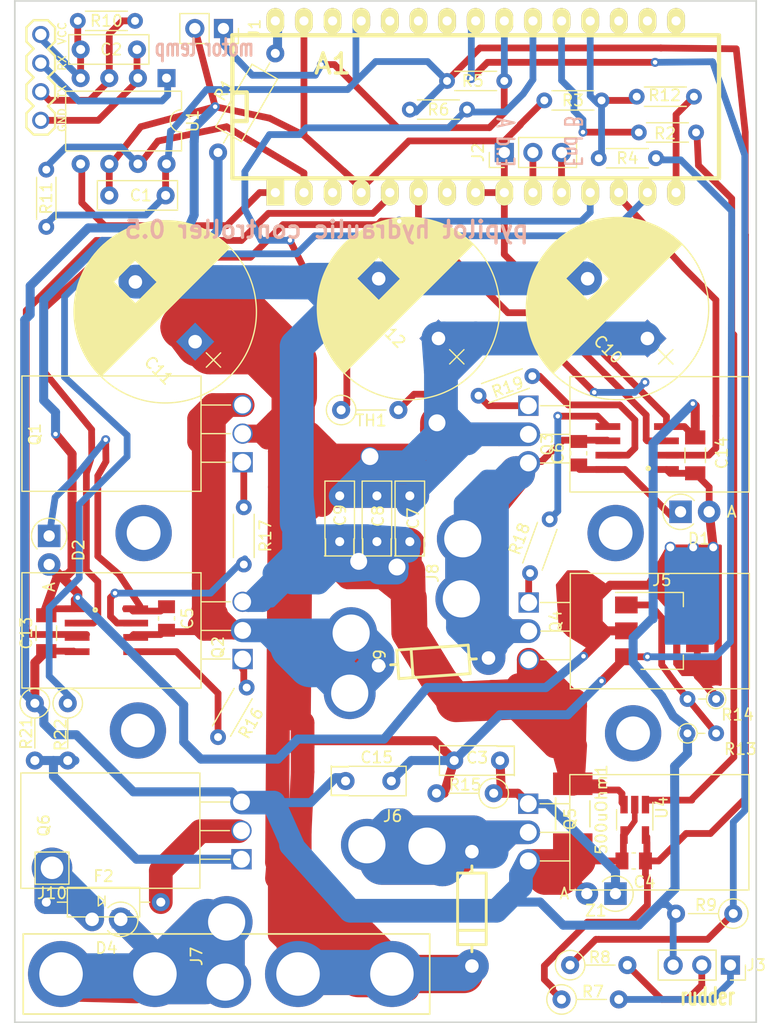
<source format=kicad_pcb>
(kicad_pcb (version 20171130) (host pcbnew 5.1.4+dfsg1-1)
  (layers (0 F.Cu signal) (31 B.Cu signal) (34 B.Paste user hide) (35 F.Paste user hide) (36 B.SilkS user) (37 F.SilkS user) (38 B.Mask user) (39 F.Mask user) (44 Edge.Cuts user))
  (net 0 "")
  (net 1 +5V)
  (net 2 GND)
  (net 3 "Net-(A1-Pad10)")
  (net 4 /sense/Shunt)
  (net 5 "Net-(A1-Pad11)")
  (net 6 "Net-(A1-Pad22)")
  (net 7 "Net-(A1-Pad25)")
  (net 8 "Net-(A1-Pad19)")
  (net 9 "Net-(A1-Pad21)")
  (net 10 "Net-(A1-Pad20)")
  (net 11 "Net-(A1-Pad1)")
  (net 12 "Net-(A1-Pad2)")
  (net 13 "Net-(A1-Pad3)")
  (net 14 "Net-(A1-Pad7)")
  (net 15 "Net-(A1-Pad15)")
  (net 16 "Net-(A1-Pad16)")
  (net 17 "Net-(A1-Pad17)")
  (net 18 "Net-(A1-Pad18)")
  (net 19 "Net-(A1-Pad23)")
  (net 20 "Net-(A1-Pad24)")
  (net 21 "Net-(A1-Pad26)")
  (net 22 "Net-(A1-Pad28)")
  (net 23 /sense/PWMAL)
  (net 24 /sense/PWMBL)
  (net 25 /sense/PWMAH)
  (net 26 /sense/PWMBH)
  (net 27 VCC)
  (net 28 "Net-(C6-Pad1)")
  (net 29 "Net-(C6-Pad2)")
  (net 30 "Net-(Q1-Pad1)")
  (net 31 "Net-(Q2-Pad1)")
  (net 32 "Net-(Q3-Pad1)")
  (net 33 "Net-(Q4-Pad1)")
  (net 34 "Net-(A1-Pad30)")
  (net 35 +12V)
  (net 36 "Net-(500uOhm1-Pad1)")
  (net 37 /sense/PWMCL)
  (net 38 "Net-(F2-Pad2)")
  (net 39 "Net-(Q6-Pad1)")
  (net 40 "Net-(C2-Pad1)")
  (net 41 "Net-(J4-Pad3)")
  (net 42 "Net-(C2-Pad2)")
  (net 43 "Net-(J4-Pad2)")
  (net 44 "Net-(J5-Pad1)")
  (net 45 "Net-(C3-Pad2)")
  (net 46 "Net-(C5-Pad1)")
  (net 47 "Net-(C5-Pad2)")
  (net 48 "Net-(J3-Pad1)")
  (net 49 "Net-(J6-Pad1)")
  (net 50 "Net-(J3-Pad2)")
  (net 51 "Net-(R16-Pad2)")
  (net 52 "Net-(R17-Pad2)")
  (net 53 "Net-(R18-Pad2)")
  (net 54 "Net-(R19-Pad2)")
  (net 55 "Net-(D4-Pad2)")
  (net 56 VDD)
  (module hydraulic_footprints:TO-220-3_Horizontal_nobolt (layer F.Cu) (at 183.0652 88.99548 270)
    (fp_text reference Q4 (at 1.69992 -2.4056 270) (layer F.SilkS))
    (fp_text value Q_NMOS_GDS)
    (pad 3 thru_hole oval (at 5.08 0 270) (size 1.8 1.8) (drill 1.5) (layers *.Cu *.Mask) (net 36 "Net-(500uOhm1-Pad1)"))
    (pad 2 thru_hole oval (at 2.54 0 270) (size 1.8 1.8) (drill 1.5) (layers *.Cu *.Mask) (net 29 "Net-(C6-Pad2)"))
    (pad 1 thru_hole rect (at 0 0 270) (size 1.8 1.8) (drill 1.5) (layers *.Cu *.Mask) (net 33 "Net-(Q4-Pad1)"))
  )
  (module freetronics_footprints:DIODE-1N4001 (layer F.Cu) (at 178.0248 116.1874 270)
    (fp_text reference TVS2)
    (fp_text value TVS hide)
    (pad K thru_hole oval (at 5.08 0 270) (size 1.79832 1.79832) (drill 1.19888) (layers *.Cu *.Mask) (net 27 VCC))
    (pad A thru_hole oval (at -5.08 0 270) (size 1.79832 1.79832) (drill 1.19888) (layers *.Cu *.Mask) (net 49 "Net-(J6-Pad1)"))
  )
  (module Resistor_THT:R_Axial_DIN0207_L6.3mm_D2.5mm_P5.08mm_Vertical (layer F.Cu) (at 185.9788 124.2314)
    (fp_text reference R7 (at 2.78384 -0.69088) (layer F.SilkS))
    (fp_text value 200)
    (pad 1 thru_hole circle (at 0 0) (size 1.6 1.6) (drill 0.8) (layers *.Cu *.Mask) (net 1 +5V))
    (pad 2 thru_hole oval (at 5.08 0) (size 1.6 1.6) (drill 0.8) (layers *.Cu *.Mask) (net 48 "Net-(J3-Pad1)"))
  )
  (module hydraulic_footprints:TO-220-3_Horizontal_nobolt (layer F.Cu) (at 183.0248 106.8574 270)
    (fp_text reference Q5 (at 1.356 -3.716 270) (layer F.SilkS))
    (fp_text value Q_NMOS_GDS)
    (pad 1 thru_hole rect (at 0 0 270) (size 1.8 1.8) (drill 1.5) (layers *.Cu *.Mask) (net 45 "Net-(C3-Pad2)"))
    (pad 2 thru_hole oval (at 2.54 0 270) (size 1.8 1.8) (drill 1.5) (layers *.Cu *.Mask) (net 49 "Net-(J6-Pad1)"))
    (pad 3 thru_hole oval (at 5.08 0 270) (size 1.8 1.8) (drill 1.5) (layers *.Cu *.Mask) (net 2 GND))
  )
  (module Capacitor_SMD:C_0805_2012Metric_Pad1.15x1.50mm_HandSolder (layer F.Cu) (at 192.3823 111.9374 180)
    (fp_text reference C4 (at -0.9625 -1.864 180) (layer F.SilkS))
    (fp_text value .1uF)
    (pad 1 smd rect (at -1.0425 0 180) (size 1.145 1.5) (layers F.Cu F.Paste F.Mask) (net 1 +5V))
    (pad 2 smd rect (at 1.0425 0 180) (size 1.145 1.5) (layers F.Cu F.Paste F.Mask) (net 2 GND))
  )
  (module hydraulic_footprints:TO-220-3_Horizontal_nobolt (layer F.Cu) (at 183.03472 71.52584 270)
    (fp_text reference Q3 (at 3.42956 -1.67408 270) (layer F.SilkS))
    (fp_text value Q_NMOS_GDS)
    (pad 3 thru_hole oval (at 5.08 0 270) (size 1.8 1.8) (drill 1.5) (layers *.Cu *.Mask) (net 29 "Net-(C6-Pad2)"))
    (pad 2 thru_hole oval (at 2.54 0 270) (size 1.8 1.8) (drill 1.5) (layers *.Cu *.Mask) (net 27 VCC))
    (pad 1 thru_hole rect (at 0 0 270) (size 1.8 1.8) (drill 1.5) (layers *.Cu *.Mask) (net 32 "Net-(Q3-Pad1)"))
  )
  (module hydraulic_footprints:arduino_mini (layer F.Cu) (at 179.63208 44.98792)
    (fp_text reference A1 (at -13.97 -3.81) (layer F.SilkS) (effects (font (size 1.778 1.778) (thickness 0.3048))))
    (fp_text value Arduino_Nano_v3.x hide)
    (pad 1 thru_hole rect (at -19.05 7.62) (size 1.5748 2.286) (drill 0.8128) (layers *.Cu *.Mask F.SilkS) (net 11 "Net-(A1-Pad1)"))
    (pad 2 thru_hole oval (at -16.51 7.62) (size 1.5748 2.286) (drill 0.8128) (layers *.Cu *.Mask F.SilkS) (net 12 "Net-(A1-Pad2)"))
    (pad 3 thru_hole oval (at -13.97 7.62) (size 1.5748 2.286) (drill 0.8128) (layers *.Cu *.Mask F.SilkS) (net 13 "Net-(A1-Pad3)"))
    (pad 4 thru_hole oval (at -11.43 7.62) (size 1.5748 2.286) (drill 0.8128) (layers *.Cu *.Mask F.SilkS) (net 2 GND))
    (pad 5 thru_hole oval (at -8.89 7.62) (size 1.5748 2.286) (drill 0.8128) (layers *.Cu *.Mask F.SilkS) (net 23 /sense/PWMAL))
    (pad 6 thru_hole oval (at -6.35 7.62) (size 1.5748 2.286) (drill 0.8128) (layers *.Cu *.Mask F.SilkS) (net 24 /sense/PWMBL))
    (pad 7 thru_hole oval (at -3.81 7.62) (size 1.5748 2.286) (drill 0.8128) (layers *.Cu *.Mask F.SilkS) (net 14 "Net-(A1-Pad7)"))
    (pad 8 thru_hole oval (at -1.27 7.62) (size 1.5748 2.286) (drill 0.8128) (layers *.Cu *.Mask F.SilkS) (net 2 GND))
    (pad 9 thru_hole oval (at 1.27 7.62) (size 1.5748 2.286) (drill 0.8128) (layers *.Cu *.Mask F.SilkS) (net 2 GND))
    (pad 10 thru_hole oval (at 3.81 7.62) (size 1.5748 2.286) (drill 0.8128) (layers *.Cu *.Mask F.SilkS) (net 3 "Net-(A1-Pad10)"))
    (pad 11 thru_hole oval (at 6.35 7.62) (size 1.5748 2.286) (drill 0.8128) (layers *.Cu *.Mask F.SilkS) (net 5 "Net-(A1-Pad11)"))
    (pad 12 thru_hole oval (at 8.89 7.62) (size 1.5748 2.286) (drill 0.8128) (layers *.Cu *.Mask F.SilkS) (net 25 /sense/PWMAH))
    (pad 13 thru_hole oval (at 11.43 7.62) (size 1.5748 2.286) (drill 0.8128) (layers *.Cu *.Mask F.SilkS) (net 26 /sense/PWMBH))
    (pad 14 thru_hole oval (at 13.97 7.62) (size 1.5748 2.286) (drill 0.8128) (layers *.Cu *.Mask F.SilkS) (net 37 /sense/PWMCL))
    (pad 15 thru_hole oval (at 16.51 7.62) (size 1.5748 2.286) (drill 0.8128) (layers *.Cu *.Mask F.SilkS) (net 15 "Net-(A1-Pad15)"))
    (pad 16 thru_hole oval (at 16.51 -7.62) (size 1.5748 2.286) (drill 0.8128) (layers *.Cu *.Mask F.SilkS) (net 16 "Net-(A1-Pad16)"))
    (pad 17 thru_hole oval (at 13.97 -7.62) (size 1.5748 2.286) (drill 0.8128) (layers *.Cu *.Mask F.SilkS) (net 17 "Net-(A1-Pad17)"))
    (pad 18 thru_hole oval (at 11.43 -7.62) (size 1.5748 2.286) (drill 0.8128) (layers *.Cu *.Mask F.SilkS) (net 18 "Net-(A1-Pad18)"))
    (pad 19 thru_hole oval (at 8.89 -7.62) (size 1.5748 2.286) (drill 0.8128) (layers *.Cu *.Mask F.SilkS) (net 8 "Net-(A1-Pad19)"))
    (pad 20 thru_hole oval (at 6.35 -7.62) (size 1.5748 2.286) (drill 0.8128) (layers *.Cu *.Mask F.SilkS) (net 10 "Net-(A1-Pad20)"))
    (pad 21 thru_hole oval (at 3.81 -7.62) (size 1.5748 2.286) (drill 0.8128) (layers *.Cu *.Mask F.SilkS) (net 9 "Net-(A1-Pad21)"))
    (pad 22 thru_hole oval (at 1.27 -7.62) (size 1.5748 2.286) (drill 0.8128) (layers *.Cu *.Mask F.SilkS) (net 6 "Net-(A1-Pad22)"))
    (pad 23 thru_hole oval (at -1.27 -7.62) (size 1.5748 2.286) (drill 0.8128) (layers *.Cu *.Mask F.SilkS) (net 19 "Net-(A1-Pad23)"))
    (pad 24 thru_hole oval (at -3.81 -7.62) (size 1.5748 2.286) (drill 0.8128) (layers *.Cu *.Mask F.SilkS) (net 20 "Net-(A1-Pad24)"))
    (pad 25 thru_hole oval (at -6.35 -7.62) (size 1.5748 2.286) (drill 0.8128) (layers *.Cu *.Mask F.SilkS) (net 7 "Net-(A1-Pad25)"))
    (pad 26 thru_hole oval (at -8.89 -7.62) (size 1.5748 2.286) (drill 0.8128) (layers *.Cu *.Mask F.SilkS) (net 21 "Net-(A1-Pad26)"))
    (pad 27 thru_hole oval (at -11.43 -7.62) (size 1.5748 2.286) (drill 0.8128) (layers *.Cu *.Mask F.SilkS) (net 1 +5V))
    (pad 28 thru_hole oval (at -13.97 -7.62) (size 1.5748 2.286) (drill 0.8128) (layers *.Cu *.Mask F.SilkS) (net 22 "Net-(A1-Pad28)"))
    (pad 29 thru_hole oval (at -16.51 -7.62) (size 1.5748 2.286) (drill 0.8128) (layers *.Cu *.Mask F.SilkS) (net 2 GND))
    (pad 30 thru_hole oval (at -19.05 -7.62) (size 1.5748 2.286) (drill 0.8128) (layers *.Cu *.Mask F.SilkS) (net 34 "Net-(A1-Pad30)"))
  )
  (module hydraulic_footprints:C_Disc_D5.0mm_W2.5mm_P2.50mm (layer F.Cu) (at 166.2938 79.5274 270)
    (fp_text reference C9 (at 1.724 -0.042 270) (layer F.SilkS))
    (fp_text value 4.7uF)
    (pad 1 thru_hole circle (at 0 0 270) (size 1.6 1.6) (drill 0.8) (layers *.Cu *.Mask) (net 27 VCC))
    (pad 2 thru_hole circle (at 4.064 0 270) (size 1.6 1.6) (drill 0.8) (layers *.Cu *.Mask) (net 36 "Net-(500uOhm1-Pad1)"))
  )
  (module Capacitor_THT:CP_Radial_D16.0mm_P7.50mm (layer F.Cu) (at 175.0568 65.5574 135)
    (fp_text reference C12 (at 3.27 -2.66 135) (layer F.SilkS))
    (fp_text value 330uF)
    (pad 1 thru_hole rect (at 0 0 135) (size 2.4 2.4) (drill 1.2) (layers *.Cu *.Mask) (net 27 VCC))
    (pad 2 thru_hole circle (at 7.5 0 135) (size 2.4 2.4) (drill 1.2) (layers *.Cu *.Mask) (net 36 "Net-(500uOhm1-Pad1)"))
  )
  (module Resistor_THT:R_Axial_DIN0207_L6.3mm_D2.5mm_P5.08mm_Vertical (layer F.Cu) (at 139.2428 97.9424 270)
    (fp_text reference R21 (at 2.667 0.762 270) (layer F.SilkS))
    (fp_text value 10k)
    (pad 1 thru_hole circle (at 0 0 270) (size 1.6 1.6) (drill 0.8) (layers *.Cu *.Mask) (net 2 GND))
    (pad 2 thru_hole oval (at 5.08 0 270) (size 1.6 1.6) (drill 0.8) (layers *.Cu *.Mask) (net 39 "Net-(Q6-Pad1)"))
  )
  (module hydraulic_footprints:TO-220-3_Horizontal_nobolt (layer F.Cu) (at 157.5788 111.7854 90)
    (fp_text reference Q6 (at 3.00046 -17.54222 90) (layer F.SilkS))
    (fp_text value Q_NMOS_GDS)
    (pad 1 thru_hole rect (at 0 0 90) (size 1.8 1.8) (drill 1.5) (layers *.Cu *.Mask) (net 39 "Net-(Q6-Pad1)"))
    (pad 2 thru_hole oval (at 2.54 0 90) (size 1.8 1.8) (drill 1.5) (layers *.Cu *.Mask) (net 38 "Net-(F2-Pad2)"))
    (pad 3 thru_hole oval (at 5.08 0 90) (size 1.8 1.8) (drill 1.5) (layers *.Cu *.Mask) (net 2 GND))
  )
  (module hydraulic_footprints:uart (layer F.Cu) (at 139.7683 38.57282 270)
    (fp_text reference J4 hide)
    (fp_text value UART_Device hide)
    (fp_text user GND (at 7.6 -1.9 270) (layer F.SilkS) (effects (font (size 0.7 0.7) (thickness 0.12))))
    (fp_text user RX (at 2.54 -1.905 270) (layer F.SilkS) (effects (font (size 0.7 0.7) (thickness 0.12))))
    (fp_text user TX (at 5.08 -1.905 270) (layer F.SilkS) (effects (font (size 0.7 0.7) (thickness 0.12))))
    (fp_text user VCC (at -0.1 -1.9 270) (layer F.SilkS) (effects (font (size 0.7 0.7) (thickness 0.12))))
    (pad 1 thru_hole oval (at 0 0) (size 1.524 1.524) (drill 1.016) (layers *.Cu *.Mask) (net 40 "Net-(C2-Pad1)"))
    (pad 2 thru_hole oval (at 2.54 0) (size 1.524 1.524) (drill 1.016) (layers *.Cu *.Mask) (net 43 "Net-(J4-Pad2)"))
    (pad 3 thru_hole oval (at 5.08 0) (size 1.524 1.524) (drill 1.016) (layers *.Cu *.Mask) (net 41 "Net-(J4-Pad3)"))
    (pad 4 thru_hole oval (at 7.62 0) (size 1.524 1.524) (drill 1.016) (layers *.Cu *.Mask) (net 42 "Net-(C2-Pad2)"))
  )
  (module "hydraulic_footprints:MAXI FUSE CLIP" (layer F.Cu) (at 149.89676 121.973)
    (fp_text reference F1 (at 6.096 1.143) (layer F.SilkS))
    (fp_text value FUSE)
    (pad 2 thru_hole circle (at 21.03 0) (size 5.86 5.86) (drill 3.86) (layers *.Cu *.Mask) (net 27 VCC))
    (pad 2 thru_hole circle (at 12.7 0) (size 5.86 5.86) (drill 3.86) (layers *.Cu *.Mask) (net 27 VCC))
    (pad 1 thru_hole circle (at 0 0) (size 5.86 5.86) (drill 3.86) (layers *.Cu *.Mask) (net 56 VDD))
    (pad 1 thru_hole circle (at -8.33 0) (size 5.86 5.86) (drill 3.86) (layers *.Cu *.Mask) (net 56 VDD))
  )
  (module Package_TO_SOT_SMD:SOT-23-5_HandSoldering (layer F.Cu) (at 192.4748 108.2874 270)
    (fp_text reference U4 (at -1.0794 -2.3986 270) (layer F.SilkS))
    (fp_text value INA180)
    (pad 1 smd rect (at -1.35 -0.95 270) (size 1.56 0.65) (layers F.Cu F.Paste F.Mask) (net 4 /sense/Shunt))
    (pad 2 smd rect (at -1.35 0 270) (size 1.56 0.65) (layers F.Cu F.Paste F.Mask) (net 2 GND))
    (pad 3 smd rect (at -1.35 0.95 270) (size 1.56 0.65) (layers F.Cu F.Paste F.Mask) (net 36 "Net-(500uOhm1-Pad1)"))
    (pad 4 smd rect (at 1.35 0.95 270) (size 1.56 0.65) (layers F.Cu F.Paste F.Mask) (net 2 GND))
    (pad 5 smd rect (at 1.35 -0.95 270) (size 1.56 0.65) (layers F.Cu F.Paste F.Mask) (net 1 +5V))
  )
  (module Resistor_THT:R_Axial_DIN0207_L6.3mm_D2.5mm_P5.08mm_Vertical (layer F.Cu) (at 166.4208 71.9074)
    (fp_text reference TH1 (at 2.66328 0.93) (layer F.SilkS))
    (fp_text value Thermistor)
    (pad 1 thru_hole circle (at 0 0 45) (size 1.6 1.6) (drill 0.8) (layers *.Cu *.Mask) (net 9 "Net-(A1-Pad21)"))
    (pad 2 thru_hole oval (at 5.079999 0) (size 1.6 1.6) (drill 0.8) (layers *.Cu *.Mask) (net 2 GND))
  )
  (module freetronics_footprints:SO08_4mm (layer F.Cu) (at 192.68926 75.2825 90)
    (fp_text reference U3)
    (fp_text value NCP5106B hide)
    (pad 5 smd rect (at 1.905 -2.59842 90) (size 0.59944 2.19964) (layers F.Cu F.Paste F.Mask) (net 53 "Net-(R18-Pad2)"))
    (pad 6 smd rect (at 0.635 -2.59842 90) (size 0.59944 2.19964) (layers F.Cu F.Paste F.Mask) (net 29 "Net-(C6-Pad2)"))
    (pad 8 smd rect (at -1.905 -2.59842 90) (size 0.59944 2.19964) (layers F.Cu F.Paste F.Mask) (net 28 "Net-(C6-Pad1)"))
    (pad 4 smd rect (at 1.905 2.59842 90) (size 0.59944 2.19964) (layers F.Cu F.Paste F.Mask) (net 2 GND))
    (pad 3 smd rect (at 0.635 2.59842 90) (size 0.59944 2.19964) (layers F.Cu F.Paste F.Mask) (net 24 /sense/PWMBL))
    (pad 1 smd rect (at -1.905 2.59842 90) (size 0.59944 2.19964) (layers F.Cu F.Paste F.Mask) (net 35 +12V))
    (pad 7 smd rect (at -0.635 -2.59842 90) (size 0.59944 2.19964) (layers F.Cu F.Paste F.Mask) (net 54 "Net-(R19-Pad2)"))
    (pad 2 smd rect (at -0.635 2.59842 90) (size 0.59944 2.19964) (layers F.Cu F.Paste F.Mask) (net 26 /sense/PWMBH))
  )
  (module Capacitor_SMD:C_1206_3216Metric_Pad1.24x1.80mm_HandSolder (layer F.Cu) (at 140.2588 91.7194 270)
    (fp_text reference C13 (at 0 1.778 270) (layer F.SilkS))
    (fp_text value 2.2uF)
    (pad 2 smd rect (at 1.5925 0 270) (size 1.245 1.8) (layers F.Cu F.Paste F.Mask) (net 2 GND))
    (pad 1 smd rect (at -1.5925 0 270) (size 1.245 1.8) (layers F.Cu F.Paste F.Mask) (net 35 +12V))
  )
  (module Resistor_THT:R_Axial_DIN0207_L6.3mm_D2.5mm_P5.08mm_Vertical (layer F.Cu) (at 186.7408 121.1834)
    (fp_text reference R8 (at 2.63144 -0.69088) (layer F.SilkS))
    (fp_text value 100k)
    (pad 1 thru_hole circle (at 0 0) (size 1.6 1.6) (drill 0.8) (layers *.Cu *.Mask) (net 19 "Net-(A1-Pad23)"))
    (pad 2 thru_hole oval (at 5.08 0) (size 1.6 1.6) (drill 0.8) (layers *.Cu *.Mask) (net 50 "Net-(J3-Pad2)"))
  )
  (module Resistor_THT:R_Axial_DIN0207_L6.3mm_D2.5mm_P5.08mm_Vertical (layer F.Cu) (at 201.2188 116.6114 180)
    (fp_text reference R9 (at 2.43 0.76 180) (layer F.SilkS))
    (fp_text value 30k)
    (pad 1 thru_hole circle (at 0 0 180) (size 1.6 1.6) (drill 0.8) (layers *.Cu *.Mask) (net 19 "Net-(A1-Pad23)"))
    (pad 2 thru_hole oval (at 5.08 0 180) (size 1.6 1.6) (drill 0.8) (layers *.Cu *.Mask) (net 2 GND))
  )
  (module Capacitor_SMD:C_1206_3216Metric_Pad1.24x1.80mm_HandSolder (layer F.Cu) (at 197.84038 75.93266 90)
    (fp_text reference C14 (at 0.21526 2.36242 90) (layer F.SilkS))
    (fp_text value 2.2uF)
    (pad 1 smd rect (at -1.5925 0 90) (size 1.245 1.8) (layers F.Cu F.Paste F.Mask) (net 35 +12V))
    (pad 2 smd rect (at 1.5925 0 90) (size 1.245 1.8) (layers F.Cu F.Paste F.Mask) (net 2 GND))
  )
  (module hydraulic_footprints:TO-220-3_Horizontal_nobolt (layer F.Cu) (at 157.6788 76.5434 90)
    (fp_text reference Q1 (at 2.4744 -18.42952 90) (layer F.SilkS))
    (fp_text value Q_NMOS_GDS)
    (pad 1 thru_hole rect (at 0 0 90) (size 1.8 1.8) (drill 1.5) (layers *.Cu *.Mask) (net 30 "Net-(Q1-Pad1)"))
    (pad 2 thru_hole oval (at 2.54 0 90) (size 1.8 1.8) (drill 1.5) (layers *.Cu *.Mask) (net 27 VCC))
    (pad 3 thru_hole oval (at 5.08 0 90) (size 1.8 1.8) (drill 1.5) (layers *.Cu *.Mask) (net 47 "Net-(C5-Pad2)"))
  )
  (module hydraulic_footprints:TO-220-3_Horizontal_nobolt (layer F.Cu) (at 157.6788 94.0134 90)
    (fp_text reference Q2 (at 1.032 -2.18 90) (layer F.SilkS))
    (fp_text value Q_NMOS_GDS)
    (pad 1 thru_hole rect (at 0 0 90) (size 1.8 1.8) (drill 1.5) (layers *.Cu *.Mask) (net 31 "Net-(Q2-Pad1)"))
    (pad 2 thru_hole oval (at 2.54 0 90) (size 1.8 1.8) (drill 1.5) (layers *.Cu *.Mask) (net 47 "Net-(C5-Pad2)"))
    (pad 3 thru_hole oval (at 5.08 0 90) (size 1.8 1.8) (drill 1.5) (layers *.Cu *.Mask) (net 36 "Net-(500uOhm1-Pad1)"))
  )
  (module Capacitor_THT:CP_Radial_D16.0mm_P7.50mm (layer F.Cu) (at 193.5988 65.5574 135)
    (fp_text reference C10 (at 1.79008 -3.15468 135) (layer F.SilkS))
    (fp_text value 330uF)
    (pad 1 thru_hole rect (at 0 0 135) (size 2.4 2.4) (drill 1.2) (layers *.Cu *.Mask) (net 27 VCC))
    (pad 2 thru_hole circle (at 7.5 0 135) (size 2.4 2.4) (drill 1.2) (layers *.Cu *.Mask) (net 36 "Net-(500uOhm1-Pad1)"))
  )
  (module Capacitor_THT:CP_Radial_D16.0mm_P7.50mm (layer F.Cu) (at 153.4668 65.8434 135)
    (fp_text reference C11 (at 0.494975 -4.084249 135) (layer F.SilkS))
    (fp_text value 330uF)
    (pad 1 thru_hole rect (at 0 0 135) (size 2.4 2.4) (drill 1.2) (layers *.Cu *.Mask) (net 27 VCC))
    (pad 2 thru_hole circle (at 7.5 0 135) (size 2.4 2.4) (drill 1.2) (layers *.Cu *.Mask) (net 36 "Net-(500uOhm1-Pad1)"))
  )
  (module Resistor_THT:R_Axial_DIN0207_L6.3mm_D2.5mm_P10.16mm_Horizontal (layer F.Cu) (at 140.2588 115.5954)
    (fp_text reference F2 (at 5.08 -2.31) (layer F.SilkS))
    (fp_text value POLYFUSE)
    (pad 1 thru_hole circle (at 0 0) (size 1.6 1.6) (drill 0.8) (layers *.Cu *.Mask) (net 55 "Net-(D4-Pad2)"))
    (pad 2 thru_hole oval (at 10.16 0) (size 1.6 1.6) (drill 0.8) (layers *.Cu *.Mask) (net 38 "Net-(F2-Pad2)"))
  )
  (module Resistor_THT:R_Axial_DIN0207_L6.3mm_D2.5mm_P5.08mm_Vertical (layer F.Cu) (at 142.1638 97.9424 270)
    (fp_text reference R22 (at 2.794 0.635 270) (layer F.SilkS))
    (fp_text value 560)
    (pad 2 thru_hole oval (at 5.08 0 270) (size 1.6 1.6) (drill 0.8) (layers *.Cu *.Mask) (net 39 "Net-(Q6-Pad1)"))
    (pad 1 thru_hole circle (at 0 0 270) (size 1.6 1.6) (drill 0.8) (layers *.Cu *.Mask) (net 37 /sense/PWMCL))
  )
  (module hydraulic_footprints:WSLF2512 (layer F.Cu) (at 186.9748 105.0874 270)
    (fp_text reference 500uOhm1 (at 2.286 -2.54 270) (layer F.SilkS))
    (fp_text value R)
    (pad 2 smd rect (at 5.4 0 270) (size 2 3.5) (layers F.Cu F.Paste F.Mask) (net 2 GND))
    (pad 1 smd rect (at 0 0 270) (size 2 3.5) (layers F.Cu F.Paste F.Mask) (net 36 "Net-(500uOhm1-Pad1)"))
  )
  (module Diode_THT:D_T-1_P2.54mm_Vertical_AnodeUp (layer F.Cu) (at 196.5388 80.9434)
    (fp_text reference D1 (at 1.632 2.394) (layer F.SilkS))
    (fp_text value 1N4001)
    (fp_text user A (at 4.54 0) (layer F.SilkS))
    (pad 2 thru_hole oval (at 2.54 0) (size 2 2) (drill 1) (layers *.Cu *.Mask) (net 35 +12V))
    (pad 1 thru_hole rect (at 0 0) (size 2 2) (drill 1) (layers *.Cu *.Mask) (net 28 "Net-(C6-Pad1)"))
  )
  (module hydraulic_footprints:C_Disc_D5.0mm_W2.5mm_P2.50mm (layer F.Cu) (at 172.5168 79.5274 270)
    (fp_text reference C7 (at 2 -0.3 270) (layer F.SilkS))
    (fp_text value 4.7uF)
    (pad 1 thru_hole circle (at 0 0 270) (size 1.6 1.6) (drill 0.8) (layers *.Cu *.Mask) (net 27 VCC))
    (pad 2 thru_hole circle (at 4.064 0 270) (size 1.6 1.6) (drill 0.8) (layers *.Cu *.Mask) (net 36 "Net-(500uOhm1-Pad1)"))
  )
  (module hydraulic_footprints:C_Disc_D5.0mm_W2.5mm_P2.50mm (layer F.Cu) (at 169.5958 79.5274 270)
    (fp_text reference C8 (at 1.8 -0.1 270) (layer F.SilkS))
    (fp_text value 4.7uF)
    (pad 2 thru_hole circle (at 4.064 0 270) (size 1.6 1.6) (drill 0.8) (layers *.Cu *.Mask) (net 36 "Net-(500uOhm1-Pad1)"))
    (pad 1 thru_hole circle (at 0 0 270) (size 1.6 1.6) (drill 0.8) (layers *.Cu *.Mask) (net 27 VCC))
  )
  (module hydraulic_footprints:tvs (layer F.Cu) (at 174.6183 94.2634 184)
    (fp_text reference TVS1)
    (fp_text value TVS hide)
    (pad K thru_hole oval (at 4.8895 0 184) (size 1.79832 1.79832) (drill 1.19888) (layers *.Cu *.Mask) (net 47 "Net-(C5-Pad2)"))
    (pad A thru_hole oval (at -4.8895 0 184) (size 1.79832 1.79832) (drill 1.19888) (layers *.Cu *.Mask) (net 29 "Net-(C6-Pad2)"))
  )
  (module Resistor_THT:R_Axial_DIN0204_L3.6mm_D1.6mm_P2.54mm_Vertical (layer F.Cu) (at 197.1548 100.6094)
    (fp_text reference R13 (at 4.699 1.397) (layer F.SilkS))
    (fp_text value 3900)
    (pad 1 thru_hole circle (at 0 0) (size 1.4 1.4) (drill 0.7) (layers *.Cu *.Mask) (net 2 GND))
    (pad 2 thru_hole oval (at 2.54 0) (size 1.4 1.4) (drill 0.7) (layers *.Cu *.Mask) (net 44 "Net-(J5-Pad1)"))
  )
  (module Package_TO_SOT_SMD:SOT-223-3_TabPin2 (layer F.Cu) (at 194.8788 91.5134)
    (fp_text reference J5 (at 0 -4.5) (layer F.SilkS))
    (fp_text value "12v REG/R")
    (pad 1 smd rect (at -3.15 -2.3) (size 2 1.5) (layers F.Cu F.Paste F.Mask) (net 44 "Net-(J5-Pad1)"))
    (pad 3 smd rect (at -3.15 2.3) (size 2 1.5) (layers F.Cu F.Paste F.Mask) (net 27 VCC))
    (pad 2 smd rect (at -3.15 0) (size 2 1.5) (layers F.Cu F.Paste F.Mask) (net 35 +12V))
    (pad 2 smd rect (at 3.15 0) (size 2 3.8) (layers F.Cu F.Paste F.Mask) (net 35 +12V))
  )
  (module Diode_THT:D_T-1_P2.54mm_Vertical_AnodeUp (layer F.Cu) (at 190.7648 114.8374 180)
    (fp_text reference Z1 (at 1.738 -1.504 180) (layer F.SilkS))
    (fp_text value 10v)
    (fp_text user A (at 4.54 0 180) (layer F.SilkS))
    (pad 1 thru_hole rect (at 0 0 180) (size 2 2) (drill 1) (layers *.Cu *.Mask) (net 45 "Net-(C3-Pad2)"))
    (pad 2 thru_hole oval (at 2.54 0 180) (size 2 2) (drill 1) (layers *.Cu *.Mask) (net 2 GND))
  )
  (module Resistor_THT:R_Axial_DIN0204_L3.6mm_D1.6mm_P2.54mm_Vertical (layer F.Cu) (at 199.6948 97.5614 180)
    (fp_text reference R14 (at -1.905 -1.397 180) (layer F.SilkS))
    (fp_text value 560)
    (pad 1 thru_hole circle (at 0 0 180) (size 1.4 1.4) (drill 0.7) (layers *.Cu *.Mask) (net 35 +12V))
    (pad 2 thru_hole oval (at 2.54 0 180) (size 1.4 1.4) (drill 0.7) (layers *.Cu *.Mask) (net 44 "Net-(J5-Pad1)"))
  )
  (module hydraulic_footprints:Power (layer F.Cu) (at 168.9608 109.2294)
    (fp_text reference J6 (at 2.032 -1.27) (layer F.SilkS))
    (fp_text value "Pwr -")
    (pad 1 thru_hole circle (at -0.254 1.27) (size 4.6 4.6) (drill 3.3) (layers *.Cu *.Mask) (net 49 "Net-(J6-Pad1)"))
    (pad 1 thru_hole circle (at 5.08 1.397) (size 4.6 4.6) (drill 3.3) (layers *.Cu *.Mask) (net 49 "Net-(J6-Pad1)"))
  )
  (module hydraulic_footprints:Power (layer F.Cu) (at 175.8188 88.4174 90)
    (fp_text reference J8 (at 2.032 -1.27 90) (layer F.SilkS))
    (fp_text value B)
    (pad 1 thru_hole circle (at 5.08 1.397 90) (size 4.6 4.6) (drill 3.3) (layers *.Cu *.Mask) (net 29 "Net-(C6-Pad2)"))
    (pad 1 thru_hole circle (at -0.254 1.27 90) (size 4.6 4.6) (drill 3.3) (layers *.Cu *.Mask) (net 29 "Net-(C6-Pad2)"))
  )
  (module hydraulic_footprints:Power (layer F.Cu) (at 154.8638 122.4374 90)
    (fp_text reference J7 (at 2.032 -1.27 90) (layer F.SilkS))
    (fp_text value "Pwr +")
    (pad 1 thru_hole circle (at -0.254 1.27 90) (size 4.6 4.6) (drill 3.3) (layers *.Cu *.Mask) (net 56 VDD))
    (pad 1 thru_hole circle (at 5.08 1.397 90) (size 4.6 4.6) (drill 3.3) (layers *.Cu *.Mask) (net 56 VDD))
  )
  (module Connector_PinSocket_2.54mm:PinSocket_1x02_P2.54mm_Vertical (layer F.Cu) (at 155.9788 38.0434 270)
    (fp_text reference J1 (at 0 -2.77 270) (layer F.SilkS))
    (fp_text value Conn_01x02)
    (pad 1 thru_hole rect (at 0 0 270) (size 1.7 1.7) (drill 1) (layers *.Cu *.Mask) (net 6 "Net-(A1-Pad22)"))
    (pad 2 thru_hole oval (at 0 2.54 270) (size 1.7 1.7) (drill 1) (layers *.Cu *.Mask) (net 2 GND))
  )
  (module hydraulic_footprints:Power (layer F.Cu) (at 168.5798 91.9654 270)
    (fp_text reference J9 (at 2.032 -1.27 270) (layer F.SilkS))
    (fp_text value A)
    (pad 1 thru_hole circle (at 5.08 1.397 270) (size 4.6 4.6) (drill 3.3) (layers *.Cu *.Mask) (net 47 "Net-(C5-Pad2)"))
    (pad 1 thru_hole circle (at -0.254 1.27 270) (size 4.6 4.6) (drill 3.3) (layers *.Cu *.Mask) (net 47 "Net-(C5-Pad2)"))
  )
  (module Connector_Pin:Pin_d1.4mm_L8.5mm_W2.8mm_FlatFork (layer F.Cu) (at 140.7668 112.5474)
    (fp_text reference J10 (at 0 2.25) (layer F.SilkS))
    (fp_text value Clutch)
    (pad 1 thru_hole circle (at 0 0) (size 3.6 3.6) (drill 2) (layers *.Cu *.Mask) (net 55 "Net-(D4-Pad2)"))
  )
  (module Connector_PinSocket_2.54mm:PinSocket_1x03_P2.54mm_Vertical (layer F.Cu) (at 200.9648 121.1834 270)
    (fp_text reference J3 (at 0 -2.286) (layer F.SilkS))
    (fp_text value SENSE)
    (pad 1 thru_hole rect (at 0 0 270) (size 1.7 1.7) (drill 1) (layers *.Cu *.Mask) (net 48 "Net-(J3-Pad1)"))
    (pad 2 thru_hole oval (at 0 2.54 270) (size 1.7 1.7) (drill 1) (layers *.Cu *.Mask) (net 50 "Net-(J3-Pad2)"))
    (pad 3 thru_hole oval (at 0 5.08 270) (size 1.7 1.7) (drill 1) (layers *.Cu *.Mask) (net 2 GND))
  )
  (module hydraulic_footprints:C_Disc_D5.0mm_W2.5mm_P2.50mm (layer F.Cu) (at 176.4538 103.0224)
    (fp_text reference C3 (at 2.038999 -0.247001) (layer F.SilkS))
    (fp_text value 4.7uF)
    (pad 1 thru_hole circle (at 0 0) (size 1.6 1.6) (drill 0.8) (layers *.Cu *.Mask) (net 27 VCC))
    (pad 2 thru_hole circle (at 4.064 0) (size 1.6 1.6) (drill 0.8) (layers *.Cu *.Mask) (net 45 "Net-(C3-Pad2)"))
  )
  (module Resistor_THT:R_Axial_DIN0207_L6.3mm_D2.5mm_P5.08mm_Vertical (layer F.Cu) (at 179.9588 105.9274 180)
    (fp_text reference R15 (at 2.54 0.762 180) (layer F.SilkS))
    (fp_text value 10k)
    (pad 1 thru_hole circle (at 0 0 180) (size 1.6 1.6) (drill 0.8) (layers *.Cu *.Mask) (net 45 "Net-(C3-Pad2)"))
    (pad 2 thru_hole oval (at 5.08 0 180) (size 1.6 1.6) (drill 0.8) (layers *.Cu *.Mask) (net 27 VCC))
  )
  (module Diode_THT:D_T-1_P2.54mm_Vertical_AnodeUp (layer F.Cu) (at 140.5128 83.0834 270)
    (fp_text reference D2 (at 1.27 -2.609214 270) (layer F.SilkS))
    (fp_text value 1N4001)
    (fp_text user A (at 4.54 0 270) (layer F.SilkS))
    (pad 1 thru_hole rect (at 0 0 270) (size 2 2) (drill 1) (layers *.Cu *.Mask) (net 46 "Net-(C5-Pad1)"))
    (pad 2 thru_hole oval (at 2.54 0 270) (size 2 2) (drill 1) (layers *.Cu *.Mask) (net 35 +12V))
  )
  (module Capacitor_SMD:C_0805_2012Metric_Pad1.15x1.50mm_HandSolder (layer F.Cu) (at 150.9268 90.4149 270)
    (fp_text reference C5 (at 0 -1.85 270) (layer F.SilkS))
    (fp_text value .22uF)
    (pad 2 smd rect (at 1.0425 0 270) (size 1.145 1.5) (layers F.Cu F.Paste F.Mask) (net 47 "Net-(C5-Pad2)"))
    (pad 1 smd rect (at -1.0425 0 270) (size 1.145 1.5) (layers F.Cu F.Paste F.Mask) (net 46 "Net-(C5-Pad1)"))
  )
  (module Capacitor_SMD:C_0805_2012Metric_Pad1.15x1.50mm_HandSolder (layer F.Cu) (at 187.5028 75.7439 90)
    (fp_text reference C6 (at 0 -1.85 90) (layer F.SilkS))
    (fp_text value .22uF)
    (pad 2 smd rect (at 1.0425 0 90) (size 1.145 1.5) (layers F.Cu F.Paste F.Mask) (net 29 "Net-(C6-Pad2)"))
    (pad 1 smd rect (at -1.0425 0 90) (size 1.145 1.5) (layers F.Cu F.Paste F.Mask) (net 28 "Net-(C6-Pad1)"))
  )
  (module freetronics_footprints:SO08_4mm (layer F.Cu) (at 145.5928 91.4574 270)
    (fp_text reference U2)
    (fp_text value NCP5106B hide)
    (pad 5 smd rect (at 1.905 -2.59842 270) (size 0.59944 2.19964) (layers F.Cu F.Paste F.Mask) (net 51 "Net-(R16-Pad2)"))
    (pad 6 smd rect (at 0.635 -2.59842 270) (size 0.59944 2.19964) (layers F.Cu F.Paste F.Mask) (net 47 "Net-(C5-Pad2)"))
    (pad 8 smd rect (at -1.905 -2.59842 270) (size 0.59944 2.19964) (layers F.Cu F.Paste F.Mask) (net 46 "Net-(C5-Pad1)"))
    (pad 4 smd rect (at 1.905 2.59842 270) (size 0.59944 2.19964) (layers F.Cu F.Paste F.Mask) (net 2 GND))
    (pad 3 smd rect (at 0.635 2.59842 270) (size 0.59944 2.19964) (layers F.Cu F.Paste F.Mask) (net 23 /sense/PWMAL))
    (pad 1 smd rect (at -1.905 2.59842 270) (size 0.59944 2.19964) (layers F.Cu F.Paste F.Mask) (net 35 +12V))
    (pad 7 smd rect (at -0.635 -2.59842 270) (size 0.59944 2.19964) (layers F.Cu F.Paste F.Mask) (net 52 "Net-(R17-Pad2)"))
    (pad 2 smd rect (at -0.635 2.59842 270) (size 0.59944 2.19964) (layers F.Cu F.Paste F.Mask) (net 25 /sense/PWMAH))
  )
  (module Package_DIP:DIP-8_W7.62mm (layer F.Cu) (at 150.9268 42.4434 270)
    (fp_text reference U1 (at 3.81 -2.33 270) (layer F.SilkS))
    (fp_text value cpc5001)
    (pad 1 thru_hole rect (at 0 0 270) (size 1.6 1.6) (drill 0.8) (layers *.Cu *.Mask) (net 43 "Net-(J4-Pad2)"))
    (pad 5 thru_hole oval (at 7.62 7.62 270) (size 1.6 1.6) (drill 0.8) (layers *.Cu *.Mask) (net 11 "Net-(A1-Pad1)"))
    (pad 2 thru_hole oval (at 0 2.54 270) (size 1.6 1.6) (drill 0.8) (layers *.Cu *.Mask) (net 42 "Net-(C2-Pad2)"))
    (pad 6 thru_hole oval (at 7.62 5.08 270) (size 1.6 1.6) (drill 0.8) (layers *.Cu *.Mask) (net 2 GND))
    (pad 3 thru_hole oval (at 0 5.08 270) (size 1.6 1.6) (drill 0.8) (layers *.Cu *.Mask) (net 41 "Net-(J4-Pad3)"))
    (pad 7 thru_hole oval (at 7.62 2.54 270) (size 1.6 1.6) (drill 0.8) (layers *.Cu *.Mask) (net 12 "Net-(A1-Pad2)"))
    (pad 4 thru_hole oval (at 0 7.62 270) (size 1.6 1.6) (drill 0.8) (layers *.Cu *.Mask) (net 40 "Net-(C2-Pad1)"))
    (pad 8 thru_hole oval (at 7.62 0 270) (size 1.6 1.6) (drill 0.8) (layers *.Cu *.Mask) (net 1 +5V))
  )
  (module Connector_PinHeader_2.54mm:PinHeader_1x03_P2.54mm_Vertical (layer F.Cu) (at 180.8988 49.0474 90)
    (fp_text reference J2 (at 0 -2.33 90) (layer F.SilkS))
    (fp_text value "End Stops")
    (pad 1 thru_hole rect (at 0 0 90) (size 1.7 1.7) (drill 1) (layers *.Cu *.Mask) (net 2 GND))
    (pad 2 thru_hole oval (at 0 2.54 90) (size 1.7 1.7) (drill 1) (layers *.Cu *.Mask) (net 3 "Net-(A1-Pad10)"))
    (pad 3 thru_hole oval (at 0 5.08 90) (size 1.7 1.7) (drill 1) (layers *.Cu *.Mask) (net 5 "Net-(A1-Pad11)"))
  )
  (module Capacitors_THT:C_Disc_D7.0mm_W2.5mm_P5.00mm (layer F.Cu) (at 150.8468 52.8574 180)
    (fp_text reference C1 (at 2.206 0 180) (layer F.SilkS))
    (fp_text value .1uF)
    (pad 1 thru_hole circle (at 0 0 180) (size 1.6 1.6) (drill 0.8) (layers *.Cu *.Mask) (net 1 +5V))
    (pad 2 thru_hole circle (at 5 0 180) (size 1.6 1.6) (drill 0.8) (layers *.Cu *.Mask) (net 2 GND))
  )
  (module Capacitors_THT:C_Disc_D7.0mm_W2.5mm_P5.00mm (layer F.Cu) (at 143.3068 39.9034)
    (fp_text reference C2 (at 2.714 0) (layer F.SilkS))
    (fp_text value .1uF)
    (pad 2 thru_hole circle (at 5 0) (size 1.6 1.6) (drill 0.8) (layers *.Cu *.Mask) (net 42 "Net-(C2-Pad2)"))
    (pad 1 thru_hole circle (at 0 0) (size 1.6 1.6) (drill 0.8) (layers *.Cu *.Mask) (net 40 "Net-(C2-Pad1)"))
  )
  (module Resistors_THT:R_Axial_DIN0204_L3.6mm_D1.6mm_P5.08mm_Horizontal (layer F.Cu) (at 143.0528 37.3634)
    (fp_text reference R10 (at 2.54 0) (layer F.SilkS))
    (fp_text value 2.4k)
    (pad 1 thru_hole circle (at 0 0) (size 1.4 1.4) (drill 0.7) (layers *.Cu *.Mask) (net 40 "Net-(C2-Pad1)"))
    (pad 2 thru_hole oval (at 5.08 0) (size 1.4 1.4) (drill 0.7) (layers *.Cu *.Mask) (net 41 "Net-(J4-Pad3)"))
  )
  (module Resistors_THT:R_Axial_DIN0204_L3.6mm_D1.6mm_P5.08mm_Horizontal (layer F.Cu) (at 140.2588 55.6514 90)
    (fp_text reference R11 (at 2.54 0 90) (layer F.SilkS))
    (fp_text value 2.4k)
    (pad 1 thru_hole circle (at 0 0 90) (size 1.4 1.4) (drill 0.7) (layers *.Cu *.Mask) (net 1 +5V))
    (pad 2 thru_hole oval (at 5.08 0 90) (size 1.4 1.4) (drill 0.7) (layers *.Cu *.Mask) (net 12 "Net-(A1-Pad2)"))
  )
  (module Resistors_THT:R_Axial_DIN0204_L3.6mm_D1.6mm_P5.08mm_Horizontal (layer F.Cu) (at 192.6488 44.0934)
    (fp_text reference R12 (at 2.474 -0.126) (layer F.SilkS))
    (fp_text value 560)
    (pad 1 thru_hole circle (at 0 0) (size 1.4 1.4) (drill 0.7) (layers *.Cu *.Mask) (net 8 "Net-(A1-Pad19)"))
    (pad 2 thru_hole oval (at 5.08 0) (size 1.4 1.4) (drill 0.7) (layers *.Cu *.Mask) (net 15 "Net-(A1-Pad15)"))
  )
  (module Resistors_THT:R_Axial_DIN0204_L3.6mm_D1.6mm_P5.08mm_Horizontal (layer F.Cu) (at 189.53046 44.42404 180)
    (fp_text reference R3 (at 2.54 0 180) (layer F.SilkS))
    (fp_text value 560)
    (pad 1 thru_hole circle (at 0 0 180) (size 1.4 1.4) (drill 0.7) (layers *.Cu *.Mask) (net 8 "Net-(A1-Pad19)"))
    (pad 2 thru_hole oval (at 5.08 0 180) (size 1.4 1.4) (drill 0.7) (layers *.Cu *.Mask) (net 2 GND))
  )
  (module Resistors_THT:R_Axial_DIN0204_L3.6mm_D1.6mm_P5.08mm_Horizontal (layer F.Cu) (at 197.9168 47.2694 180)
    (fp_text reference R2 (at 2.75008 -0.0858 180) (layer F.SilkS))
    (fp_text value 560)
    (pad 1 thru_hole circle (at 0 0 180) (size 1.4 1.4) (drill 0.7) (layers *.Cu *.Mask) (net 4 /sense/Shunt))
    (pad 2 thru_hole oval (at 5.08 0 180) (size 1.4 1.4) (drill 0.7) (layers *.Cu *.Mask) (net 10 "Net-(A1-Pad20)"))
  )
  (module Resistors_THT:R_Axial_DIN0204_L3.6mm_D1.6mm_P5.08mm_Horizontal (layer F.Cu) (at 189.2808 49.5554)
    (fp_text reference R4 (at 2.54 0) (layer F.SilkS))
    (fp_text value 10k)
    (pad 1 thru_hole circle (at 0 0) (size 1.4 1.4) (drill 0.7) (layers *.Cu *.Mask) (net 8 "Net-(A1-Pad19)"))
    (pad 2 thru_hole oval (at 5.08 0) (size 1.4 1.4) (drill 0.7) (layers *.Cu *.Mask) (net 27 VCC))
  )
  (module Resistors_THT:R_Axial_DIN0204_L3.6mm_D1.6mm_P5.08mm_Horizontal (layer F.Cu) (at 180.8988 42.6974 180)
    (fp_text reference R5 (at 2.794 0 180) (layer F.SilkS))
    (fp_text value 100k)
    (pad 1 thru_hole circle (at 0 0 180) (size 1.4 1.4) (drill 0.7) (layers *.Cu *.Mask) (net 6 "Net-(A1-Pad22)"))
    (pad 2 thru_hole oval (at 5.08 0 180) (size 1.4 1.4) (drill 0.7) (layers *.Cu *.Mask) (net 1 +5V))
  )
  (module Resistors_THT:R_Axial_DIN0204_L3.6mm_D1.6mm_P5.08mm_Horizontal (layer F.Cu) (at 177.5968 45.2374 180)
    (fp_text reference R6 (at 2.54 0 180) (layer F.SilkS))
    (fp_text value 100k)
    (pad 1 thru_hole circle (at 0 0 180) (size 1.4 1.4) (drill 0.7) (layers *.Cu *.Mask) (net 9 "Net-(A1-Pad21)"))
    (pad 2 thru_hole oval (at 5.08 0 180) (size 1.4 1.4) (drill 0.7) (layers *.Cu *.Mask) (net 1 +5V))
  )
  (module Resistors_THT:R_Axial_DIN0207_L6.3mm_D2.5mm_P10.16mm_Horizontal (layer F.Cu) (at 155.4988 49.0474 60)
    (fp_text reference R1 (at 5.08 -2.31 60) (layer F.SilkS))
    (fp_text value 100)
    (pad 1 thru_hole circle (at 0 0 60) (size 1.6 1.6) (drill 0.8) (layers *.Cu *.Mask) (net 35 +12V))
    (pad 2 thru_hole oval (at 10.16 0 60) (size 1.6 1.6) (drill 0.8) (layers *.Cu *.Mask) (net 34 "Net-(A1-Pad30)"))
  )
  (module Diodes_THT:D_T-1_P2.54mm_Vertical_AnodeUp (layer F.Cu) (at 146.8628 117.1194 180)
    (fp_text reference D4 (at 1.27 -2.549214 180) (layer F.SilkS))
    (fp_text value 1N4001)
    (pad 1 thru_hole rect (at 0 0 180) (size 1.6 1.6) (drill 1.2) (layers *.Cu *.Mask) (net 56 VDD))
    (pad 2 thru_hole oval (at 2.54 0 180) (size 1.6 1.6) (drill 1.2) (layers *.Cu *.Mask) (net 55 "Net-(D4-Pad2)"))
  )
  (module Resistor_THT:R_Axial_DIN0204_L3.6mm_D1.6mm_P5.08mm_Horizontal (layer F.Cu) (at 158.0388 96.5454 240)
    (fp_text reference R16 (at 2.54 -1.92 240) (layer F.SilkS))
    (fp_text value 47)
    (pad 1 thru_hole circle (at 0 0 240) (size 1.4 1.4) (drill 0.7) (layers *.Cu *.Mask) (net 31 "Net-(Q2-Pad1)"))
    (pad 2 thru_hole oval (at 5.079999 0.000001 240) (size 1.4 1.4) (drill 0.7) (layers *.Cu *.Mask) (net 51 "Net-(R16-Pad2)"))
  )
  (module Resistor_THT:R_Axial_DIN0204_L3.6mm_D1.6mm_P5.08mm_Horizontal (layer F.Cu) (at 157.7848 80.5434 270)
    (fp_text reference R17 (at 2.54 -1.92 270) (layer F.SilkS))
    (fp_text value 47)
    (pad 2 thru_hole oval (at 5.08 0 270) (size 1.4 1.4) (drill 0.7) (layers *.Cu *.Mask) (net 52 "Net-(R17-Pad2)"))
    (pad 1 thru_hole circle (at 0 0 270) (size 1.4 1.4) (drill 0.7) (layers *.Cu *.Mask) (net 30 "Net-(Q1-Pad1)"))
  )
  (module Resistor_THT:R_Axial_DIN0204_L3.6mm_D1.6mm_P5.08mm_Horizontal (layer F.Cu) (at 183.1848 86.3854 70)
    (fp_text reference R18 (at 2.54 -1.92 70) (layer F.SilkS))
    (fp_text value 47)
    (pad 2 thru_hole oval (at 5.08 0 70) (size 1.4 1.4) (drill 0.7) (layers *.Cu *.Mask) (net 53 "Net-(R18-Pad2)"))
    (pad 1 thru_hole circle (at 0 0 70) (size 1.4 1.4) (drill 0.7) (layers *.Cu *.Mask) (net 33 "Net-(Q4-Pad1)"))
  )
  (module Resistor_THT:R_Axial_DIN0204_L3.6mm_D1.6mm_P5.08mm_Horizontal (layer F.Cu) (at 178.6128 70.6374 20)
    (fp_text reference R19 (at 2.694077 0.179605 20) (layer F.SilkS))
    (fp_text value 47)
    (pad 1 thru_hole circle (at 0 0 20) (size 1.4 1.4) (drill 0.7) (layers *.Cu *.Mask) (net 32 "Net-(Q3-Pad1)"))
    (pad 2 thru_hole oval (at 5.08 0 20) (size 1.4 1.4) (drill 0.7) (layers *.Cu *.Mask) (net 54 "Net-(R19-Pad2)"))
  )
  (module hydraulic_footprints:C_Disc_D5.0mm_W2.5mm_P2.50mm (layer F.Cu) (at 170.8788 104.8434 180)
    (fp_text reference C15 (at 1.3 2.1) (layer F.SilkS))
    (fp_text value 4.7uF)
    (pad 1 thru_hole circle (at 0 0 180) (size 1.6 1.6) (drill 0.8) (layers *.Cu *.Mask) (net 27 VCC))
    (pad 2 thru_hole circle (at 4.064 0 180) (size 1.6 1.6) (drill 0.8) (layers *.Cu *.Mask) (net 2 GND))
  )
  (gr_line (start 203.2508 126.2634) (end 137.4648 126.2634) (layer Edge.Cuts) (width 0.15))
  (gr_line (start 203.2508 35.5854) (end 137.4648 35.5854) (layer Edge.Cuts) (width 0.15))
  (gr_line (start 203.2508 126.2634) (end 203.2508 35.5854) (layer Edge.Cuts) (width 0.15))
  (gr_line (start 137.4648 35.5854) (end 137.4648 126.2634) (layer Edge.Cuts) (width 0.15))
  (gr_text "pypilot hydraulic controller 0.5" (at 165.1288 55.8934) (layer B.SilkS) (effects (font (size 1.5 1.5) (thickness 0.3)) (justify mirror)))
  (gr_text "motor temp" (at 154.2788 39.7434) (layer B.SilkS) (effects (font (size 1.5 1) (thickness 0.25)) (justify mirror)))
  (gr_text rudder (at 198.9328 123.9774) (layer F.SilkS) (effects (font (size 1.5 1) (thickness 0.25))))
  (gr_text "End A" (at 180.9788 48.1434 270) (layer B.SilkS) (effects (font (size 1.5 1) (thickness 0.2)) (justify mirror)))
  (gr_text "End B" (at 186.9788 48.0434 270) (layer B.SilkS) (effects (font (size 1.5 1) (thickness 0.2)) (justify mirror)))
  (via (at 192.3288 100.6094) (size 5) (drill 3) (layers F.Cu B.Cu) (net 0))
  (via (at 190.7788 82.8294) (size 5) (drill 3) (layers F.Cu B.Cu) (net 0))
  (via (at 148.3868 100.3554) (size 5) (drill 3) (layers F.Cu B.Cu) (net 0))
  (via (at 148.8948 82.8294) (size 5) (drill 3) (layers F.Cu B.Cu) (net 0))
  (segment (start 151.2788 47.1434) (end 151.03066 50.18824) (width 0.6) (layer B.Cu) (net 1))
  (segment (start 172.27116 45.45782) (end 173.04586 45.45782) (width 0.6) (layer B.Cu) (net 1))
  (segment (start 173.04586 45.45782) (end 175.80938 42.6943) (width 0.6) (layer B.Cu) (net 1))
  (segment (start 193.55286 111.85254) (end 193.55286 110.30254) (width 0.6) (layer F.Cu) (net 1))
  (segment (start 194.807942 39.786) (end 194.790162 39.76822) (width 0.6) (layer F.Cu) (net 1))
  (segment (start 194.790162 39.76822) (end 178.73546 39.76822) (width 0.6) (layer F.Cu) (net 1))
  (segment (start 178.73546 39.76822) (end 175.80938 42.6943) (width 0.6) (layer F.Cu) (net 1))
  (segment (start 175.80938 42.6943) (end 174.0898 40.97472) (width 0.6) (layer B.Cu) (net 1))
  (segment (start 174.0898 40.97472) (end 169.48732 40.97472) (width 0.6) (layer B.Cu) (net 1))
  (segment (start 169.48732 40.97472) (end 168.534719 41.927321) (width 0.6) (layer B.Cu) (net 1))
  (segment (start 168.534719 41.927321) (end 167.73472 42.72732) (width 0.6) (layer B.Cu) (net 1))
  (segment (start 168.20208 37.72352) (end 168.20208 37.36792) (width 0.6) (layer B.Cu) (net 1))
  (segment (start 193.55286 111.85254) (end 193.55286 109.81546) (width 0.6) (layer F.Cu) (net 1))
  (segment (start 167.73472 42.72732) (end 167.73472 37.83528) (width 0.6) (layer B.Cu) (net 1))
  (segment (start 167.73472 37.83528) (end 168.20208 37.36792) (width 0.6) (layer B.Cu) (net 1))
  (segment (start 185.178801 123.431401) (end 185.178801 123.177401) (width 0.6) (layer F.Cu) (net 1))
  (segment (start 185.9788 124.2314) (end 185.178801 123.431401) (width 0.6) (layer F.Cu) (net 1))
  (segment (start 185.178801 123.177401) (end 184.4548 122.4534) (width 0.6) (layer F.Cu) (net 1))
  (segment (start 184.4548 121.249398) (end 188.330798 117.3734) (width 0.6) (layer F.Cu) (net 1))
  (segment (start 184.4548 122.4534) (end 184.4548 121.249398) (width 0.6) (layer F.Cu) (net 1))
  (segment (start 193.4248 113.2874) (end 193.5988 113.4614) (width 0.6) (layer F.Cu) (net 1))
  (segment (start 193.4248 111.9374) (end 193.4248 113.2874) (width 0.6) (layer F.Cu) (net 1))
  (segment (start 193.5988 113.4614) (end 193.5988 115.8494) (width 0.6) (layer F.Cu) (net 1))
  (segment (start 193.5988 115.8494) (end 192.0748 117.3734) (width 0.6) (layer F.Cu) (net 1))
  (segment (start 192.0748 117.3734) (end 188.2648 117.3734) (width 0.6) (layer F.Cu) (net 1))
  (segment (start 188.2648 117.3734) (end 187.7568 117.8814) (width 0.6) (layer F.Cu) (net 1))
  (segment (start 150.8468 50.1434) (end 150.9268 50.0634) (width 0.6) (layer F.Cu) (net 1))
  (segment (start 150.8468 52.8574) (end 150.8468 50.1434) (width 0.6) (layer F.Cu) (net 1))
  (segment (start 150.046801 53.657399) (end 150.8468 52.8574) (width 0.6) (layer B.Cu) (net 1))
  (segment (start 149.106799 54.597401) (end 150.046801 53.657399) (width 0.6) (layer B.Cu) (net 1))
  (segment (start 141.058799 54.597401) (end 149.106799 54.597401) (width 0.6) (layer B.Cu) (net 1))
  (segment (start 140.2588 55.3974) (end 141.058799 54.597401) (width 0.6) (layer B.Cu) (net 1))
  (segment (start 154.4828 43.4594) (end 151.33066 47.19154) (width 0.6) (layer B.Cu) (net 1))
  (segment (start 167.00264 43.4594) (end 167.73472 42.72732) (width 0.6) (layer B.Cu) (net 1))
  (segment (start 154.4828 43.4594) (end 167.00264 43.4594) (width 0.6) (layer B.Cu) (net 1))
  (segment (start 201.4788 39.8434) (end 194.790162 39.76822) (width 0.6) (layer F.Cu) (net 1))
  (segment (start 199.1868 109.4994) (end 202.2348 106.4514) (width 0.6) (layer F.Cu) (net 1))
  (segment (start 202.300519 56.365119) (end 202.2788 56.3434) (width 0.6) (layer F.Cu) (net 1))
  (segment (start 197.0353 109.4994) (end 199.1868 109.4994) (width 0.6) (layer F.Cu) (net 1))
  (segment (start 194.5973 111.9374) (end 197.0353 109.4994) (width 0.6) (layer F.Cu) (net 1))
  (segment (start 202.300519 104.105908) (end 202.300519 56.365119) (width 0.6) (layer F.Cu) (net 1))
  (segment (start 202.2348 106.4514) (end 202.2348 104.171627) (width 0.6) (layer F.Cu) (net 1))
  (segment (start 193.4248 111.9374) (end 194.5973 111.9374) (width 0.6) (layer F.Cu) (net 1))
  (segment (start 202.2788 56.3434) (end 202.2788 47.256858) (width 0.6) (layer F.Cu) (net 1))
  (segment (start 202.2788 47.256858) (end 201.4788 39.8434) (width 0.6) (layer F.Cu) (net 1))
  (segment (start 202.2348 104.171627) (end 202.300519 104.105908) (width 0.6) (layer F.Cu) (net 1))
  (segment (start 180.8988 49.0474) (end 180.8988 48.023299) (width 0.6) (layer F.Cu) (net 2))
  (segment (start 180.8988 48.023299) (end 180.90208 48.020019) (width 0.6) (layer F.Cu) (net 2))
  (segment (start 182.326359 46.59574) (end 182.326359 46.548141) (width 0.6) (layer F.Cu) (net 2))
  (segment (start 182.326359 46.548141) (end 182.8401 46.0344) (width 0.6) (layer F.Cu) (net 2))
  (segment (start 163.12208 47.52792) (end 168.1988 52.0954) (width 0.6) (layer F.Cu) (net 2))
  (segment (start 168.1988 52.0954) (end 166.61468 50.66492) (width 0.6) (layer F.Cu) (net 2))
  (segment (start 166.61468 50.66492) (end 168.20208 52.25232) (width 0.6) (layer F.Cu) (net 2))
  (segment (start 197.84038 74.34016) (end 197.84038 71.55498) (width 0.8) (layer F.Cu) (net 2))
  (segment (start 197.84038 71.55498) (end 197.6288 71.3434) (width 0.8) (layer F.Cu) (net 2))
  (via (at 197.6288 71.3434) (size 0.8) (drill 0.4) (layers F.Cu B.Cu) (net 2))
  (segment (start 182.373961 114.184998) (end 180.971559 115.5874) (width 2.1) (layer B.Cu) (net 2))
  (segment (start 188.2248 114.8374) (end 186.829284 113.441884) (width 0.8) (layer F.Cu) (net 2))
  (segment (start 186.829284 113.441884) (end 185.998415 113.441884) (width 0.8) (layer F.Cu) (net 2))
  (segment (start 191.5248 109.7374) (end 192.4748 108.3874) (width 0.5) (layer F.Cu) (net 2))
  (segment (start 185.998415 113.441884) (end 184.529284 113.441884) (width 3) (layer F.Cu) (net 2))
  (segment (start 184.529284 113.441884) (end 184.331759 113.244359) (width 3) (layer F.Cu) (net 2))
  (segment (start 187.502899 111.9374) (end 185.998415 113.441884) (width 3) (layer F.Cu) (net 2))
  (segment (start 187.502899 111.9374) (end 187.1248 111.559301) (width 2.1) (layer F.Cu) (net 2))
  (segment (start 187.1248 111.559301) (end 187.1248 110.5374) (width 2.1) (layer F.Cu) (net 2))
  (segment (start 183.0248 111.9374) (end 187.502899 111.9374) (width 2.1) (layer F.Cu) (net 2))
  (segment (start 182.373961 113.1962) (end 182.373961 114.184998) (width 2.1) (layer B.Cu) (net 2))
  (segment (start 182.373961 113.1962) (end 183.0248 111.9374) (width 2.1) (layer B.Cu) (net 2))
  (segment (start 191.3398 111.9374) (end 188.5248 111.9374) (width 0.6) (layer F.Cu) (net 2))
  (segment (start 188.5248 111.9374) (end 187.1248 110.5374) (width 0.6) (layer F.Cu) (net 2))
  (segment (start 195.28768 72.47778) (end 195.28768 73.3775) (width 0.6) (layer F.Cu) (net 2))
  (segment (start 196.87772 73.3775) (end 195.28768 73.3775) (width 0.6) (layer F.Cu) (net 2))
  (segment (start 196.87772 73.3775) (end 197.84038 74.34016) (width 0.6) (layer F.Cu) (net 2))
  (segment (start 192.9533 70.1434) (end 195.28768 72.47778) (width 0.6) (layer F.Cu) (net 2))
  (segment (start 193.3788 69.4434) (end 192.9533 69.8689) (width 0.6) (layer F.Cu) (net 2))
  (segment (start 192.9533 69.8689) (end 192.9533 70.1434) (width 0.6) (layer F.Cu) (net 2))
  (segment (start 188.8788 70.3434) (end 192.4788 70.3434) (width 0.6) (layer B.Cu) (net 2))
  (segment (start 192.4788 70.3434) (end 193.3788 69.4434) (width 0.6) (layer B.Cu) (net 2))
  (via (at 193.3788 69.4434) (size 0.8) (drill 0.4) (layers F.Cu B.Cu) (net 2))
  (via (at 188.8788 70.3434) (size 0.8) (drill 0.4) (layers F.Cu B.Cu) (net 2))
  (segment (start 192.4748 108.3874) (end 192.4748 106.6374) (width 0.5) (layer F.Cu) (net 2))
  (segment (start 163.12208 47.52792) (end 163.12208 37.36792) (width 0.6) (layer F.Cu) (net 2))
  (segment (start 168.19428 52.60792) (end 168.20208 52.60792) (width 0.6) (layer B.Cu) (net 2))
  (segment (start 182.8401 46.0344) (end 184.45046 44.42404) (width 0.6) (layer F.Cu) (net 2))
  (segment (start 172.434381 48.020019) (end 178.62878 48.020019) (width 0.6) (layer F.Cu) (net 2))
  (segment (start 178.62878 48.020019) (end 180.90208 48.020019) (width 0.6) (layer F.Cu) (net 2))
  (segment (start 168.20208 52.60792) (end 168.20208 52.25232) (width 0.6) (layer F.Cu) (net 2))
  (segment (start 168.20208 52.25232) (end 172.434381 48.020019) (width 0.6) (layer F.Cu) (net 2))
  (segment (start 180.90208 52.60792) (end 180.90208 48.020019) (width 0.6) (layer F.Cu) (net 2))
  (segment (start 180.90208 48.020019) (end 182.326359 46.59574) (width 0.6) (layer F.Cu) (net 2))
  (segment (start 191.46786 111.85254) (end 191.46786 109.63046) (width 0.6) (layer F.Cu) (net 2))
  (segment (start 183.7418 112.10908) (end 183.01028 111.37756) (width 0.6) (layer F.Cu) (net 2))
  (segment (start 195.338801 115.811401) (end 194.906799 115.811401) (width 0.6) (layer B.Cu) (net 2))
  (segment (start 196.1388 116.6114) (end 195.338801 115.811401) (width 0.6) (layer B.Cu) (net 2))
  (segment (start 195.8848 121.1834) (end 195.8848 116.8654) (width 0.6) (layer B.Cu) (net 2))
  (segment (start 195.8848 116.8654) (end 196.1388 116.8654) (width 0.6) (layer B.Cu) (net 2))
  (segment (start 145.8468 52.8574) (end 145.8468 50.0634) (width 0.6) (layer F.Cu) (net 2))
  (segment (start 155.2448 44.9834) (end 160.0708 45.9994) (width 0.6) (layer F.Cu) (net 2))
  (segment (start 160.0708 45.9994) (end 163.12208 47.52792) (width 0.6) (layer F.Cu) (net 2))
  (segment (start 153.4388 38.0434) (end 155.2448 44.9834) (width 0.6) (layer F.Cu) (net 2))
  (segment (start 148.6408 46.7614) (end 145.95066 50.18824) (width 0.6) (layer F.Cu) (net 2))
  (via (at 155.2448 44.9834) (size 0.8) (drill 0.4) (layers F.Cu B.Cu) (net 2))
  (segment (start 155.2448 44.9834) (end 148.6408 46.7614) (width 0.6) (layer F.Cu) (net 2))
  (segment (start 197.6288 71.3434) (end 194.078801 74.893399) (width 0.8) (layer B.Cu) (net 2))
  (segment (start 180.90208 52.60792) (end 178.36208 52.60792) (width 0.6) (layer F.Cu) (net 2))
  (segment (start 197.278801 100.963401) (end 197.278801 101.103401) (width 0.8) (layer B.Cu) (net 2))
  (segment (start 142.68988 93.3119) (end 142.74038 93.3624) (width 0.6) (layer F.Cu) (net 2))
  (segment (start 140.0048 93.3119) (end 142.68988 93.3119) (width 0.6) (layer F.Cu) (net 2))
  (segment (start 180.90208 58.09218) (end 190.1453 67.3354) (width 0.6) (layer F.Cu) (net 2))
  (segment (start 180.90208 57.9374) (end 180.90208 58.09218) (width 0.6) (layer F.Cu) (net 2))
  (segment (start 180.90208 57.9374) (end 180.90208 52.60792) (width 0.6) (layer F.Cu) (net 2))
  (segment (start 189.75329 66.94339) (end 190.1453 67.3354) (width 0.6) (layer F.Cu) (net 2))
  (segment (start 190.1453 67.3354) (end 192.9533 70.1434) (width 0.6) (layer F.Cu) (net 2))
  (segment (start 183.6928 65.0494) (end 183.6928 65.1574) (width 0.6) (layer F.Cu) (net 2))
  (segment (start 171.500799 71.9074) (end 172.904798 70.503401) (width 0.6) (layer F.Cu) (net 2))
  (segment (start 174.936799 70.503401) (end 180.3908 65.0494) (width 0.6) (layer F.Cu) (net 2))
  (segment (start 180.3908 65.0494) (end 183.6928 65.0494) (width 0.6) (layer F.Cu) (net 2))
  (segment (start 183.6928 65.1574) (end 188.8788 70.3434) (width 0.6) (layer F.Cu) (net 2))
  (segment (start 172.904798 70.503401) (end 174.936799 70.503401) (width 0.6) (layer F.Cu) (net 2))
  (segment (start 194.1068 74.9554) (end 194.1068 90.4494) (width 0.8) (layer B.Cu) (net 2))
  (segment (start 192.3288 92.1134) (end 194.078801 90.363399) (width 0.8) (layer B.Cu) (net 2))
  (segment (start 192.3288 94.3134) (end 192.3288 92.1134) (width 0.8) (layer B.Cu) (net 2))
  (segment (start 196.0118 103.5304) (end 197.1548 102.3874) (width 0.8) (layer B.Cu) (net 2))
  (segment (start 194.8688 97.3074) (end 192.3288 94.3134) (width 0.8) (layer B.Cu) (net 2))
  (segment (start 195.8848 99.0854) (end 194.8688 97.3074) (width 0.8) (layer B.Cu) (net 2))
  (segment (start 197.1548 102.3874) (end 197.1548 100.1014) (width 0.8) (layer B.Cu) (net 2))
  (segment (start 197.1548 100.1014) (end 195.8848 99.0854) (width 0.8) (layer B.Cu) (net 2))
  (segment (start 180.971559 115.5874) (end 184.0748 115.5874) (width 0.8) (layer B.Cu) (net 2))
  (segment (start 184.0748 115.5874) (end 186.124799 117.637399) (width 0.8) (layer B.Cu) (net 2))
  (segment (start 186.124799 117.637399) (end 192.824801 117.637399) (width 0.8) (layer B.Cu) (net 2))
  (segment (start 196.049861 114.412339) (end 196.0118 103.5304) (width 0.8) (layer B.Cu) (net 2))
  (segment (start 192.824801 117.637399) (end 196.049861 114.412339) (width 0.8) (layer B.Cu) (net 2))
  (segment (start 160.4248 106.7574) (end 157.6248 106.7574) (width 2.1) (layer B.Cu) (net 2))
  (segment (start 162.1028 110.5154) (end 160.4248 106.7574) (width 2.1) (layer B.Cu) (net 2))
  (segment (start 180.971559 115.5874) (end 180.201559 116.3574) (width 2.1) (layer B.Cu) (net 2))
  (segment (start 180.201559 116.3574) (end 167.236459 116.3574) (width 2.1) (layer B.Cu) (net 2))
  (segment (start 167.236459 116.3574) (end 161.9758 110.5154) (width 2.1) (layer B.Cu) (net 2))
  (segment (start 161.9758 110.5154) (end 162.1028 110.5154) (width 2.1) (layer B.Cu) (net 2))
  (segment (start 139.2428 94.3279) (end 140.2588 93.3119) (width 0.8) (layer F.Cu) (net 2))
  (segment (start 139.2428 97.9424) (end 139.2428 94.3279) (width 0.8) (layer F.Cu) (net 2))
  (segment (start 156.678801 105.805401) (end 147.994801 105.805401) (width 0.8) (layer B.Cu) (net 2))
  (segment (start 157.5788 106.7054) (end 156.678801 105.805401) (width 0.8) (layer B.Cu) (net 2))
  (segment (start 147.994801 105.805401) (end 142.9258 100.7364) (width 0.8) (layer B.Cu) (net 2))
  (segment (start 140.042799 99.758399) (end 141.0208 100.7364) (width 0.8) (layer B.Cu) (net 2))
  (segment (start 142.9258 100.7364) (end 141.0208 100.7364) (width 0.8) (layer B.Cu) (net 2))
  (segment (start 139.2428 97.9424) (end 140.042799 98.742399) (width 0.8) (layer B.Cu) (net 2))
  (segment (start 140.042799 98.742399) (end 140.042799 99.758399) (width 0.8) (layer B.Cu) (net 2))
  (segment (start 163.71343 106.7574) (end 160.4248 106.7574) (width 0.8) (layer B.Cu) (net 2))
  (segment (start 165.92443 104.5464) (end 163.71343 106.7574) (width 0.8) (layer B.Cu) (net 2))
  (segment (start 167.0558 104.5464) (end 165.92443 104.5464) (width 0.8) (layer B.Cu) (net 2))
  (segment (start 138.827849 63.432351) (end 138.33981 63.92039) (width 0.8) (layer B.Cu) (net 2))
  (segment (start 138.827849 60.894351) (end 138.827849 63.432351) (width 0.8) (layer B.Cu) (net 2))
  (segment (start 143.978829 55.743371) (end 138.827849 60.894351) (width 0.8) (layer B.Cu) (net 2))
  (segment (start 153.4668 46.7614) (end 153.3788 48.0934) (width 0.8) (layer B.Cu) (net 2))
  (segment (start 138.33981 63.92039) (end 138.33981 97.03941) (width 0.8) (layer B.Cu) (net 2))
  (segment (start 155.2448 44.9834) (end 153.4668 46.7614) (width 0.8) (layer B.Cu) (net 2))
  (segment (start 138.33981 97.03941) (end 139.2428 97.9424) (width 0.8) (layer B.Cu) (net 2))
  (segment (start 153.3788 54.5934) (end 152.878829 55.743371) (width 0.8) (layer B.Cu) (net 2))
  (segment (start 153.3788 48.0934) (end 153.3788 54.5934) (width 0.8) (layer B.Cu) (net 2))
  (segment (start 152.878829 55.743371) (end 143.978829 55.743371) (width 0.8) (layer B.Cu) (net 2))
  (segment (start 183.4388 49.0474) (end 183.4388 52.60464) (width 0.6) (layer F.Cu) (net 3))
  (segment (start 183.4388 52.60464) (end 183.44208 52.60792) (width 0.6) (layer F.Cu) (net 3))
  (segment (start 201.0788 65.0434) (end 201.0788 53.13953) (width 0.6) (layer F.Cu) (net 4))
  (segment (start 201.26759 102.72461) (end 201.26759 65.23219) (width 0.6) (layer F.Cu) (net 4))
  (segment (start 201.0788 53.13953) (end 198.12836 50.18909) (width 0.6) (layer F.Cu) (net 4))
  (segment (start 197.5358 106.5374) (end 193.5248 106.5374) (width 0.6) (layer F.Cu) (net 4))
  (segment (start 198.12836 50.18909) (end 198.0039 47.5711) (width 0.6) (layer F.Cu) (net 4))
  (segment (start 197.5358 106.4564) (end 201.26759 102.72461) (width 0.6) (layer F.Cu) (net 4))
  (segment (start 201.26759 65.23219) (end 201.0788 65.0434) (width 0.6) (layer F.Cu) (net 4))
  (segment (start 197.5358 106.5374) (end 197.5358 106.4564) (width 0.6) (layer F.Cu) (net 4))
  (segment (start 185.9788 49.0474) (end 185.9788 52.60464) (width 0.6) (layer F.Cu) (net 5))
  (segment (start 185.9788 52.60464) (end 185.98208 52.60792) (width 0.6) (layer F.Cu) (net 5))
  (segment (start 169.4288 44.8434) (end 165.8288 41.2434) (width 0.6) (layer F.Cu) (net 6))
  (segment (start 165.8288 41.2434) (end 164.6788 41.2434) (width 0.6) (layer F.Cu) (net 6))
  (via (at 164.6788 41.2434) (size 0.8) (drill 0.4) (layers F.Cu B.Cu) (net 6))
  (segment (start 179.5788 46.8434) (end 171.4288 46.8434) (width 0.6) (layer F.Cu) (net 6))
  (segment (start 180.88938 45.53282) (end 179.5788 46.8434) (width 0.6) (layer F.Cu) (net 6))
  (segment (start 171.4288 46.8434) (end 169.4288 44.8434) (width 0.6) (layer F.Cu) (net 6))
  (segment (start 180.88938 42.6943) (end 180.88938 45.53282) (width 0.6) (layer F.Cu) (net 6))
  (segment (start 180.90208 37.36792) (end 180.90208 42.6816) (width 0.6) (layer B.Cu) (net 6))
  (segment (start 180.90208 42.6816) (end 180.88938 42.6943) (width 0.6) (layer B.Cu) (net 6))
  (segment (start 180.88938 42.6943) (end 181.25768 42.6943) (width 0.6) (layer F.Cu) (net 6))
  (segment (start 180.90208 37.72352) (end 180.90208 37.36792) (width 0.6) (layer B.Cu) (net 6))
  (segment (start 155.9788 39.4934) (end 155.9788 38.0434) (width 0.6) (layer B.Cu) (net 6))
  (segment (start 158.5468 42.1894) (end 155.9788 39.4934) (width 0.6) (layer B.Cu) (net 6))
  (segment (start 164.6788 41.2434) (end 164.1348 42.1894) (width 0.6) (layer B.Cu) (net 6))
  (segment (start 164.1348 42.1894) (end 158.5468 42.1894) (width 0.6) (layer B.Cu) (net 6))
  (segment (start 189.53046 44.42404) (end 192.31816 44.42404) (width 0.6) (layer F.Cu) (net 8))
  (segment (start 192.31816 44.42404) (end 192.6488 44.0934) (width 0.6) (layer F.Cu) (net 8))
  (segment (start 189.53046 44.42404) (end 189.53046 49.2221) (width 0.6) (layer B.Cu) (net 8))
  (segment (start 189.53046 49.2221) (end 189.19264 49.55992) (width 0.6) (layer B.Cu) (net 8))
  (segment (start 188.52208 37.36792) (end 188.52208 44.0151) (width 0.6) (layer B.Cu) (net 8))
  (segment (start 188.52208 44.0151) (end 188.9488 44.44182) (width 0.6) (layer B.Cu) (net 8))
  (segment (start 189.19264 44.68566) (end 188.9488 44.44182) (width 0.6) (layer B.Cu) (net 8))
  (segment (start 183.44208 37.36792) (end 183.44208 37.72352) (width 0.6) (layer F.Cu) (net 9))
  (via (at 161.8788 56.8434) (size 0.8) (drill 0.4) (layers F.Cu B.Cu) (net 9))
  (segment (start 166.9288 71.3994) (end 166.4208 71.9074) (width 0.6) (layer F.Cu) (net 9))
  (segment (start 166.9288 67.0934) (end 166.9288 71.3994) (width 0.6) (layer F.Cu) (net 9))
  (segment (start 161.8788 56.8434) (end 165.1288 63.3434) (width 0.6) (layer F.Cu) (net 9))
  (segment (start 165.1288 63.3434) (end 166.9288 67.0934) (width 0.6) (layer F.Cu) (net 9))
  (segment (start 183.44208 42.58012) (end 183.44208 37.36792) (width 0.6) (layer B.Cu) (net 9))
  (segment (start 157.8788 50.7434) (end 160.064379 47.457821) (width 0.6) (layer B.Cu) (net 9))
  (segment (start 160.064379 47.457821) (end 162.721777 47.457821) (width 0.6) (layer B.Cu) (net 9))
  (segment (start 159.327158 56.8434) (end 157.8788 54.0934) (width 0.6) (layer B.Cu) (net 9))
  (segment (start 175.951159 46.857821) (end 177.35116 45.45782) (width 0.6) (layer B.Cu) (net 9))
  (segment (start 177.35116 45.45782) (end 180.9788 45.4434) (width 0.6) (layer B.Cu) (net 9))
  (segment (start 161.8788 56.8434) (end 159.327158 56.8434) (width 0.6) (layer B.Cu) (net 9))
  (segment (start 157.8788 54.0934) (end 157.8788 50.7434) (width 0.6) (layer B.Cu) (net 9))
  (segment (start 162.721777 47.457821) (end 163.321777 46.857821) (width 0.6) (layer B.Cu) (net 9))
  (segment (start 163.321777 46.857821) (end 175.951159 46.857821) (width 0.6) (layer B.Cu) (net 9))
  (segment (start 180.9788 45.4434) (end 182.5788 43.8434) (width 0.6) (layer B.Cu) (net 9))
  (segment (start 182.5788 43.8434) (end 183.44208 42.58012) (width 0.6) (layer B.Cu) (net 9))
  (segment (start 187.8788 47.2434) (end 192.76892 47.2434) (width 0.6) (layer F.Cu) (net 10))
  (segment (start 192.76892 47.2434) (end 192.88072 47.3552) (width 0.6) (layer F.Cu) (net 10))
  (segment (start 187.0788 45.3434) (end 187.8788 46.1434) (width 0.6) (layer B.Cu) (net 10))
  (segment (start 187.8788 46.1434) (end 187.8788 47.2434) (width 0.6) (layer B.Cu) (net 10))
  (via (at 187.8788 47.2434) (size 0.8) (drill 0.4) (layers F.Cu B.Cu) (net 10))
  (segment (start 187.0788 43.7434) (end 187.0788 45.3434) (width 0.6) (layer B.Cu) (net 10))
  (segment (start 185.98208 42.64668) (end 187.0788 43.7434) (width 0.6) (layer B.Cu) (net 10))
  (segment (start 185.98208 37.36792) (end 185.98208 42.64668) (width 0.6) (layer B.Cu) (net 10))
  (segment (start 185.98208 38.3128) (end 185.98208 37.36792) (width 0.6) (layer F.Cu) (net 10))
  (segment (start 145.440472 55.54221) (end 155.9788 55.54221) (width 0.6) (layer F.Cu) (net 11))
  (segment (start 160.58208 52.60792) (end 159.19468 52.60792) (width 0.6) (layer F.Cu) (net 11))
  (segment (start 159.19468 52.60792) (end 156.26039 55.54221) (width 0.6) (layer F.Cu) (net 11))
  (segment (start 156.26039 55.54221) (end 155.9788 55.54221) (width 0.6) (layer F.Cu) (net 11))
  (segment (start 143.41066 50.18824) (end 143.41066 53.512398) (width 0.6) (layer F.Cu) (net 11))
  (segment (start 143.41066 53.512398) (end 145.440472 55.54221) (width 0.6) (layer F.Cu) (net 11))
  (segment (start 160.42207 52.76793) (end 160.42207 52.60792) (width 0.6) (layer F.Cu) (net 11))
  (segment (start 147.586801 49.263401) (end 148.3868 50.0634) (width 0.6) (layer B.Cu) (net 12))
  (segment (start 140.2588 50.3174) (end 142.012801 48.563399) (width 0.6) (layer B.Cu) (net 12))
  (segment (start 146.886799 48.563399) (end 147.586801 49.263401) (width 0.6) (layer B.Cu) (net 12))
  (segment (start 142.012801 48.563399) (end 146.886799 48.563399) (width 0.6) (layer B.Cu) (net 12))
  (segment (start 163.12208 50.86492) (end 163.12208 52.60792) (width 0.6) (layer F.Cu) (net 12))
  (segment (start 156.2608 46.7614) (end 163.12208 50.86492) (width 0.6) (layer F.Cu) (net 12))
  (segment (start 148.49066 50.18824) (end 150.1648 48.0314) (width 0.6) (layer F.Cu) (net 12))
  (segment (start 150.1648 48.0314) (end 156.2608 46.7614) (width 0.6) (layer F.Cu) (net 12))
  (segment (start 196.14208 52.60792) (end 196.14208 45.68012) (width 0.6) (layer F.Cu) (net 15))
  (segment (start 196.14208 45.68012) (end 197.7288 44.0934) (width 0.6) (layer F.Cu) (net 15))
  (via (at 194.2788 41.0434) (size 0.8) (drill 0.4) (layers F.Cu B.Cu) (net 19))
  (segment (start 194.2788 41.0434) (end 193.999641 41.044621) (width 0.6) (layer F.Cu) (net 19))
  (segment (start 193.999641 41.044621) (end 179.407239 41.044621) (width 0.6) (layer F.Cu) (net 19))
  (segment (start 179.407239 41.044621) (end 177.97346 42.4784) (width 0.6) (layer F.Cu) (net 19))
  (segment (start 177.97346 42.4784) (end 177.97346 37.75654) (width 0.6) (layer B.Cu) (net 19))
  (segment (start 177.97346 37.75654) (end 178.36208 37.36792) (width 0.6) (layer B.Cu) (net 19))
  (via (at 177.97346 42.4784) (size 0.8) (drill 0.4) (layers F.Cu B.Cu) (net 19))
  (segment (start 178.36208 37.36792) (end 178.36208 37.72352) (width 0.6) (layer B.Cu) (net 19))
  (segment (start 201.2188 116.6114) (end 198.9328 118.8974) (width 0.6) (layer F.Cu) (net 19))
  (segment (start 198.9328 118.8974) (end 189.2808 118.8974) (width 0.6) (layer F.Cu) (net 19))
  (segment (start 189.2808 118.8974) (end 189.0268 118.8974) (width 0.6) (layer F.Cu) (net 19))
  (segment (start 189.0268 118.8974) (end 186.7408 121.1834) (width 0.6) (layer F.Cu) (net 19))
  (segment (start 194.2788 41.0434) (end 199.3788 40.9934) (width 0.6) (layer B.Cu) (net 19))
  (segment (start 201.2188 108.48346) (end 201.2188 116.6114) (width 0.6) (layer B.Cu) (net 19))
  (segment (start 199.3788 40.9934) (end 202.23712 49.2821) (width 0.6) (layer B.Cu) (net 19))
  (segment (start 202.23712 49.2821) (end 202.23712 107.46514) (width 0.6) (layer B.Cu) (net 19))
  (segment (start 202.23712 107.46514) (end 201.2188 108.48346) (width 0.6) (layer B.Cu) (net 19))
  (segment (start 138.4808 91.4654) (end 138.4808 91.385402) (width 0.6) (layer F.Cu) (net 23))
  (segment (start 143.83258 91.83576) (end 138.85116 91.83576) (width 0.6) (layer F.Cu) (net 23))
  (segment (start 138.85116 91.83576) (end 138.4808 91.4654) (width 0.6) (layer F.Cu) (net 23))
  (segment (start 169.25467 54.45093) (end 170.74208 52.96352) (width 0.6) (layer F.Cu) (net 23))
  (segment (start 170.74208 52.96352) (end 170.74208 52.60792) (width 0.6) (layer F.Cu) (net 23))
  (segment (start 159.971269 54.45093) (end 169.25467 54.45093) (width 0.6) (layer F.Cu) (net 23))
  (segment (start 157.566569 56.855631) (end 159.971269 54.45093) (width 0.6) (layer F.Cu) (net 23))
  (segment (start 138.4808 63.069571) (end 144.69474 56.855631) (width 0.6) (layer F.Cu) (net 23))
  (segment (start 144.69474 56.855631) (end 157.566569 56.855631) (width 0.6) (layer F.Cu) (net 23))
  (segment (start 138.4808 91.4654) (end 138.4808 63.069571) (width 0.6) (layer F.Cu) (net 23))
  (segment (start 193.58786 74.6475) (end 195.28768 74.6475) (width 0.6) (layer F.Cu) (net 24))
  (segment (start 193.487859 72.352459) (end 193.487859 74.547499) (width 0.6) (layer F.Cu) (net 24))
  (segment (start 173.28208 52.60792) (end 173.28208 55.332453) (width 0.6) (layer F.Cu) (net 24))
  (segment (start 193.487859 74.547499) (end 193.58786 74.6475) (width 0.6) (layer F.Cu) (net 24))
  (segment (start 173.28208 55.332453) (end 181.221027 63.2714) (width 0.6) (layer F.Cu) (net 24))
  (segment (start 181.221027 63.2714) (end 184.4068 63.2714) (width 0.6) (layer F.Cu) (net 24))
  (segment (start 184.4068 63.2714) (end 193.487859 72.352459) (width 0.6) (layer F.Cu) (net 24))
  (segment (start 171.5788 55.1434) (end 187.7296 55.1434) (width 0.6) (layer B.Cu) (net 25))
  (segment (start 187.7296 55.1434) (end 188.52208 54.35092) (width 0.6) (layer B.Cu) (net 25))
  (segment (start 188.52208 54.35092) (end 188.52208 52.60792) (width 0.6) (layer B.Cu) (net 25))
  (via (at 171.5788 55.1434) (size 0.8) (drill 0.4) (layers F.Cu B.Cu) (net 25))
  (segment (start 188.52208 52.60792) (end 188.52208 52.96352) (width 0.6) (layer F.Cu) (net 25))
  (segment (start 169.668887 55.45094) (end 169.976427 55.1434) (width 0.6) (layer F.Cu) (net 25))
  (segment (start 158.3788 58.3434) (end 161.27126 55.45094) (width 0.6) (layer F.Cu) (net 25))
  (segment (start 144.8308 87.1474) (end 143.8148 86.1314) (width 0.6) (layer F.Cu) (net 25))
  (segment (start 144.8308 90.4414) (end 144.8308 87.1474) (width 0.6) (layer F.Cu) (net 25))
  (segment (start 144.4498 90.8224) (end 144.8308 90.4414) (width 0.6) (layer F.Cu) (net 25))
  (segment (start 143.8148 86.1314) (end 143.8148 77.4954) (width 0.6) (layer F.Cu) (net 25))
  (segment (start 143.8148 77.4954) (end 144.295488 75.9714) (width 0.6) (layer F.Cu) (net 25))
  (segment (start 169.976427 55.1434) (end 171.5788 55.1434) (width 0.6) (layer F.Cu) (net 25))
  (segment (start 142.74038 90.8224) (end 144.4498 90.8224) (width 0.6) (layer F.Cu) (net 25))
  (segment (start 144.295488 75.9714) (end 144.2788 73.6434) (width 0.6) (layer F.Cu) (net 25))
  (segment (start 139.97881 68.402982) (end 139.97881 62.985787) (width 0.6) (layer F.Cu) (net 25))
  (segment (start 139.97881 62.985787) (end 145.108956 58.3434) (width 0.6) (layer F.Cu) (net 25))
  (segment (start 161.27126 55.45094) (end 169.668887 55.45094) (width 0.6) (layer F.Cu) (net 25))
  (segment (start 144.2788 73.6434) (end 139.97881 68.402982) (width 0.6) (layer F.Cu) (net 25))
  (segment (start 145.108956 58.3434) (end 158.3788 58.3434) (width 0.6) (layer F.Cu) (net 25))
  (segment (start 199.6788 62.1434) (end 199.6788 72.439724) (width 0.6) (layer F.Cu) (net 26))
  (segment (start 199.6788 72.439724) (end 199.675124 72.4434) (width 0.6) (layer F.Cu) (net 26))
  (segment (start 196.8788 59.3434) (end 199.6788 62.1434) (width 0.6) (layer F.Cu) (net 26))
  (segment (start 195.28768 75.9175) (end 199.045542 75.9175) (width 0.6) (layer F.Cu) (net 26))
  (segment (start 199.045542 75.9175) (end 199.675124 75.287918) (width 0.6) (layer F.Cu) (net 26))
  (segment (start 199.675124 75.287918) (end 199.675124 72.4434) (width 0.6) (layer F.Cu) (net 26))
  (segment (start 196.8788 59.3434) (end 191.06208 52.96352) (width 0.6) (layer F.Cu) (net 26))
  (segment (start 191.06208 52.96352) (end 191.06208 52.60792) (width 0.6) (layer F.Cu) (net 26))
  (segment (start 174.9288 73.0434) (end 174.9288 73.63828) (width 3) (layer F.Cu) (net 27))
  (segment (start 174.9288 73.63828) (end 175.35636 74.06584) (width 3) (layer F.Cu) (net 27))
  (segment (start 162.69676 113.929355) (end 162.69676 116.4374) (width 4) (layer F.Cu) (net 27))
  (segment (start 162.69676 116.4374) (end 162.69676 121.873) (width 4) (layer F.Cu) (net 27))
  (segment (start 166.3788 79.5434) (end 163.9288 79.5434) (width 2.1) (layer F.Cu) (net 27))
  (segment (start 163.9288 79.5434) (end 163.380078 79.5434) (width 2.1) (layer F.Cu) (net 27))
  (segment (start 164.7288 80.3434) (end 163.9288 79.5434) (width 2.1) (layer F.Cu) (net 27))
  (segment (start 162.69676 121.873) (end 162.59676 121.973) (width 4) (layer F.Cu) (net 27))
  (segment (start 163.1388 100.8134) (end 163.3888 101.0634) (width 0.8) (layer F.Cu) (net 27))
  (via (at 174.9288 73.0434) (size 1.7) (drill 1.5) (layers F.Cu B.Cu) (net 27))
  (segment (start 183.03472 74.06584) (end 180.43472 74.06584) (width 2.1) (layer B.Cu) (net 27))
  (segment (start 172.3788 80.3434) (end 173.178799 79.543401) (width 2.1) (layer B.Cu) (net 27))
  (segment (start 173.178799 79.543401) (end 173.178799 78.943401) (width 2.1) (layer B.Cu) (net 27))
  (segment (start 173.178799 78.943401) (end 175.8788 76.2434) (width 2.1) (layer B.Cu) (net 27))
  (via (at 168.9788 76.0434) (size 1.7) (drill 1.5) (layers F.Cu B.Cu) (net 27))
  (segment (start 170.92676 121.973) (end 177.3192 121.973) (width 3) (layer B.Cu) (net 27))
  (segment (start 177.3192 121.973) (end 178.0248 121.2674) (width 3) (layer B.Cu) (net 27))
  (segment (start 170.92676 121.973) (end 177.3192 121.973) (width 3.4) (layer F.Cu) (net 27))
  (segment (start 177.3192 121.973) (end 178.0248 121.2674) (width 3) (layer F.Cu) (net 27))
  (segment (start 183.03472 74.06584) (end 180.43472 74.06584) (width 2.1) (layer F.Cu) (net 27))
  (segment (start 180.43472 74.06584) (end 177.95636 74.06584) (width 2.1) (layer F.Cu) (net 27))
  (segment (start 163.00076 101.21144) (end 163.00076 101.8134) (width 2.1) (layer F.Cu) (net 27))
  (segment (start 163.00076 101.8134) (end 163.00076 104.035598) (width 2.1) (layer F.Cu) (net 27))
  (segment (start 160.3788 68.8434) (end 162.2788 70.7434) (width 3) (layer F.Cu) (net 27))
  (segment (start 162.2788 70.7434) (end 162.4788 70.9434) (width 3) (layer F.Cu) (net 27))
  (segment (start 157.6788 62.9434) (end 162.2788 67.5434) (width 4) (layer F.Cu) (net 27))
  (segment (start 162.2788 67.5434) (end 162.2788 70.7434) (width 4) (layer F.Cu) (net 27))
  (segment (start 153.9788 62.9434) (end 157.6788 62.9434) (width 4) (layer F.Cu) (net 27))
  (segment (start 152.3788 64.5434) (end 153.9788 62.9434) (width 4) (layer F.Cu) (net 27))
  (segment (start 156.0788 64.5434) (end 158.2788 66.7434) (width 3) (layer F.Cu) (net 27))
  (segment (start 158.2788 66.7434) (end 160.3788 68.8434) (width 3) (layer F.Cu) (net 27))
  (segment (start 172.3788 79.5434) (end 169.3788 79.5434) (width 2.1) (layer B.Cu) (net 27))
  (segment (start 171.3788 77.4434) (end 173.4788 75.3434) (width 2.1) (layer B.Cu) (net 27))
  (segment (start 173.4788 75.3434) (end 175.2788 73.5434) (width 2.1) (layer B.Cu) (net 27))
  (segment (start 169.3788 76.5434) (end 172.2788 76.5434) (width 2.1) (layer B.Cu) (net 27))
  (segment (start 172.2788 76.5434) (end 173.4788 75.3434) (width 2.1) (layer B.Cu) (net 27))
  (segment (start 166.3788 79.5434) (end 169.3788 76.5434) (width 2.1) (layer B.Cu) (net 27))
  (segment (start 166.3788 79.5434) (end 169.3788 79.5434) (width 2.1) (layer B.Cu) (net 27))
  (segment (start 161.046008 72.376192) (end 161.046008 69.510608) (width 1.6) (layer F.Cu) (net 27))
  (segment (start 161.046008 69.510608) (end 160.3788 68.8434) (width 1.6) (layer F.Cu) (net 27))
  (segment (start 159.251592 74.0034) (end 160.4788 72.776192) (width 1.6) (layer F.Cu) (net 27))
  (segment (start 160.4788 72.776192) (end 160.8788 72.376192) (width 1.6) (layer F.Cu) (net 27))
  (segment (start 162.5788 73.9634) (end 161.666008 73.9634) (width 1.6) (layer F.Cu) (net 27))
  (segment (start 161.666008 73.9634) (end 160.4788 72.776192) (width 1.6) (layer F.Cu) (net 27))
  (segment (start 162.4788 70.9434) (end 162.5788 71.0434) (width 3) (layer F.Cu) (net 27))
  (segment (start 160.8788 72.376192) (end 161.046008 72.376192) (width 1.6) (layer F.Cu) (net 27))
  (segment (start 161.046008 72.376192) (end 162.4788 70.9434) (width 1.6) (layer F.Cu) (net 27))
  (segment (start 157.9788 74.0034) (end 159.251592 74.0034) (width 1.6) (layer F.Cu) (net 27))
  (segment (start 159.251592 74.0034) (end 159.851592 74.6034) (width 1.6) (layer F.Cu) (net 27))
  (segment (start 159.851592 74.6034) (end 161.9388 74.6034) (width 1.6) (layer F.Cu) (net 27))
  (segment (start 162.74676 107.3374) (end 162.74676 112.229355) (width 2.1) (layer F.Cu) (net 27))
  (segment (start 172.3788 79.5434) (end 174.5788 77.3434) (width 2.1) (layer F.Cu) (net 27))
  (segment (start 174.5788 77.3434) (end 174.6788 77.3434) (width 2.1) (layer F.Cu) (net 27))
  (segment (start 166.3788 79.5434) (end 172.3788 79.5434) (width 2.1) (layer F.Cu) (net 27))
  (segment (start 162.1788 77.5434) (end 164.6788 75.0434) (width 2.1) (layer F.Cu) (net 27))
  (segment (start 160.979439 78.742761) (end 162.1788 77.5434) (width 2.1) (layer F.Cu) (net 27))
  (segment (start 162.1788 77.5434) (end 162.1788 74.8434) (width 2.1) (layer F.Cu) (net 27))
  (segment (start 162.1788 74.8434) (end 161.9388 74.6034) (width 2.1) (layer F.Cu) (net 27))
  (segment (start 160.979439 78.742761) (end 160.979439 75.562761) (width 2.1) (layer F.Cu) (net 27))
  (segment (start 160.979439 75.562761) (end 161.9388 74.6034) (width 2.1) (layer F.Cu) (net 27))
  (segment (start 165.5788 75.9434) (end 173.4788 75.9434) (width 2.1) (layer F.Cu) (net 27))
  (segment (start 177.95636 74.06584) (end 175.35636 74.06584) (width 2.1) (layer F.Cu) (net 27))
  (segment (start 175.35636 74.06584) (end 173.4788 75.9434) (width 2.1) (layer F.Cu) (net 27))
  (segment (start 171.02676 122.0374) (end 167.9748 122.0374) (width 4) (layer F.Cu) (net 27))
  (segment (start 167.85284 121.8374) (end 162.5748 121.8374) (width 4) (layer F.Cu) (net 27))
  (segment (start 162.679439 78.842761) (end 165.879439 78.842761) (width 1.6) (layer F.Cu) (net 27))
  (segment (start 165.879439 78.842761) (end 166.3788 78.3434) (width 1.6) (layer F.Cu) (net 27))
  (segment (start 178.05636 74.06584) (end 177.50124 74.06584) (width 2.1) (layer B.Cu) (net 27))
  (segment (start 177.50124 74.06584) (end 175.2788 71.8434) (width 2.1) (layer B.Cu) (net 27))
  (segment (start 175.2788 75.6434) (end 175.2788 71.8434) (width 3) (layer B.Cu) (net 27))
  (segment (start 175.2788 73.5434) (end 175.2788 71.8434) (width 2.1) (layer B.Cu) (net 27))
  (segment (start 170.2788 77.4434) (end 171.3788 77.4434) (width 2.1) (layer B.Cu) (net 27))
  (segment (start 180.43472 74.06584) (end 178.4788 74.06584) (width 2.1) (layer B.Cu) (net 27))
  (segment (start 177.6788 74.86584) (end 178.4788 74.06584) (width 2.1) (layer B.Cu) (net 27))
  (segment (start 178.4788 74.06584) (end 178.05636 74.06584) (width 2.1) (layer B.Cu) (net 27))
  (segment (start 163.380078 79.5434) (end 162.679439 78.842761) (width 2.1) (layer F.Cu) (net 27))
  (segment (start 171.0748 121.8374) (end 162.7448 121.8374) (width 4) (layer B.Cu) (net 27))
  (segment (start 165.5788 75.9434) (end 164.7788 76.7434) (width 2.1) (layer F.Cu) (net 27))
  (segment (start 164.7788 76.7434) (end 162.679439 78.842761) (width 2.1) (layer F.Cu) (net 27))
  (segment (start 166.3788 79.5434) (end 166.3788 78.3434) (width 2.1) (layer F.Cu) (net 27))
  (segment (start 166.3788 78.3434) (end 164.7788 76.7434) (width 2.1) (layer F.Cu) (net 27))
  (segment (start 174.6788 77.4434) (end 170.2788 77.4434) (width 2.1) (layer B.Cu) (net 27))
  (segment (start 170.2788 77.4434) (end 168.6788 79.0434) (width 2.1) (layer B.Cu) (net 27))
  (segment (start 163.6388 74.0034) (end 164.6788 75.0434) (width 2.1) (layer F.Cu) (net 27))
  (segment (start 164.6788 75.0434) (end 165.5788 75.9434) (width 2.1) (layer F.Cu) (net 27))
  (segment (start 162.5788 71.0434) (end 162.5788 73.9634) (width 3) (layer F.Cu) (net 27))
  (segment (start 162.5788 73.9634) (end 161.9388 74.6034) (width 3) (layer F.Cu) (net 27))
  (segment (start 151.8788 64.5434) (end 156.0788 64.5434) (width 3) (layer F.Cu) (net 27))
  (segment (start 160.979439 98.154039) (end 162.138801 99.313401) (width 2.1) (layer F.Cu) (net 27))
  (segment (start 165.5788 75.9434) (end 166.7788 77.1434) (width 2.1) (layer F.Cu) (net 27))
  (segment (start 177.95636 74.06584) (end 175.5788 76.4434) (width 2.1) (layer F.Cu) (net 27))
  (segment (start 175.5788 76.4434) (end 174.6788 77.3434) (width 2.1) (layer F.Cu) (net 27))
  (segment (start 166.7788 77.1434) (end 168.6788 79.0434) (width 2.1) (layer F.Cu) (net 27))
  (segment (start 174.6788 77.3434) (end 166.9788 77.3434) (width 2.1) (layer F.Cu) (net 27))
  (segment (start 166.9788 77.3434) (end 166.7788 77.1434) (width 2.1) (layer F.Cu) (net 27))
  (segment (start 168.6788 79.0434) (end 171.6788 79.0434) (width 2.1) (layer F.Cu) (net 27))
  (segment (start 175.8788 76.2434) (end 178.05636 74.06584) (width 2.1) (layer B.Cu) (net 27))
  (segment (start 174.6788 77.4434) (end 175.8788 76.2434) (width 2.1) (layer B.Cu) (net 27))
  (segment (start 172.30344 123.34968) (end 170.92676 121.973) (width 2.1) (layer F.Cu) (net 27))
  (segment (start 162.59676 120.368082) (end 162.59676 121.973) (width 1.6) (layer F.Cu) (net 27))
  (segment (start 160.725439 112.0394) (end 160.725439 118.496761) (width 1.6) (layer F.Cu) (net 27))
  (segment (start 160.725439 118.496761) (end 162.59676 120.368082) (width 1.6) (layer F.Cu) (net 27))
  (segment (start 162.74676 107.3374) (end 162.74676 107.85736) (width 1.6) (layer F.Cu) (net 27))
  (segment (start 165.302361 119.043001) (end 162.69676 116.4374) (width 4) (layer F.Cu) (net 27))
  (segment (start 170.92676 121.973) (end 167.996761 119.043001) (width 4) (layer F.Cu) (net 27))
  (segment (start 167.996761 119.043001) (end 165.302361 119.043001) (width 4) (layer F.Cu) (net 27))
  (segment (start 162.883115 113.929355) (end 167.996761 119.043001) (width 4) (layer F.Cu) (net 27))
  (segment (start 162.69676 113.929355) (end 162.883115 113.929355) (width 4) (layer F.Cu) (net 27))
  (segment (start 154.7788 66.7434) (end 158.2788 66.7434) (width 4) (layer F.Cu) (net 27))
  (segment (start 153.7208 66.0654) (end 152.5788 64.5434) (width 4) (layer F.Cu) (net 27))
  (segment (start 152.5788 64.5434) (end 154.7788 66.7434) (width 4) (layer F.Cu) (net 27))
  (segment (start 175.2788 68.6054) (end 175.3108 68.6054) (width 3) (layer B.Cu) (net 27))
  (segment (start 178.3588 65.5574) (end 193.3448 65.5574) (width 3) (layer B.Cu) (net 27))
  (segment (start 175.3108 68.6054) (end 178.3588 65.5574) (width 3) (layer B.Cu) (net 27))
  (segment (start 175.2788 71.8434) (end 175.2788 68.6054) (width 3) (layer B.Cu) (net 27))
  (segment (start 175.2788 68.6054) (end 175.0568 65.5574) (width 3) (layer B.Cu) (net 27))
  (segment (start 175.5648 65.5574) (end 178.3588 65.5574) (width 3) (layer B.Cu) (net 27))
  (segment (start 175.0568 65.5574) (end 175.5648 65.5574) (width 3) (layer B.Cu) (net 27))
  (segment (start 162.74676 109.3374) (end 163.00076 104.035598) (width 2.1) (layer F.Cu) (net 27))
  (segment (start 163.55076 101.2634) (end 163.00076 101.8134) (width 0.8) (layer F.Cu) (net 27))
  (segment (start 172.58343 101.2634) (end 163.55076 101.2634) (width 0.8) (layer F.Cu) (net 27))
  (segment (start 164.979439 79.5434) (end 166.3788 79.5434) (width 2.1) (layer F.Cu) (net 27))
  (segment (start 160.979439 82.8294) (end 164.979439 79.5434) (width 2.1) (layer F.Cu) (net 27))
  (segment (start 162.679439 78.842761) (end 160.979439 82.8294) (width 2.1) (layer F.Cu) (net 27))
  (segment (start 196.551669 49.704599) (end 194.978659 49.704599) (width 0.6) (layer B.Cu) (net 27))
  (segment (start 201.0788 54.23173) (end 196.551669 49.704599) (width 0.6) (layer B.Cu) (net 27))
  (segment (start 200.9648 86.8934) (end 201.0788 55.50173) (width 0.6) (layer B.Cu) (net 27))
  (via (at 193.5988 93.8134) (size 0.8) (drill 0.4) (layers F.Cu B.Cu) (net 27))
  (segment (start 194.978659 49.704599) (end 194.978659 49.661419) (width 0.6) (layer B.Cu) (net 27))
  (segment (start 193.5988 93.8134) (end 191.7288 93.8134) (width 0.6) (layer F.Cu) (net 27))
  (segment (start 200.9648 86.8934) (end 200.9648 92.4814) (width 0.6) (layer B.Cu) (net 27))
  (segment (start 199.6328 93.8134) (end 193.5988 93.8134) (width 0.6) (layer B.Cu) (net 27))
  (segment (start 200.9648 92.4814) (end 199.6328 93.8134) (width 0.6) (layer B.Cu) (net 27))
  (via (at 189.5288 95.9634) (size 0.8) (drill 0.4) (layers F.Cu B.Cu) (net 27))
  (segment (start 189.5788 95.9634) (end 191.7288 93.8134) (width 0.8) (layer F.Cu) (net 27))
  (segment (start 189.5288 95.9634) (end 189.5788 95.9634) (width 0.8) (layer F.Cu) (net 27))
  (segment (start 176.4538 103.0224) (end 175.5648 105.9274) (width 0.8) (layer F.Cu) (net 27))
  (segment (start 174.6948 101.2634) (end 176.4538 103.0224) (width 0.8) (layer F.Cu) (net 27))
  (segment (start 172.58343 101.2634) (end 174.6948 101.2634) (width 0.8) (layer F.Cu) (net 27))
  (segment (start 189.5288 95.9634) (end 186.5338 98.9584) (width 0.8) (layer B.Cu) (net 27))
  (segment (start 180.5178 98.9584) (end 176.4538 103.0224) (width 0.8) (layer B.Cu) (net 27))
  (segment (start 186.5338 98.9584) (end 180.5178 98.9584) (width 0.8) (layer B.Cu) (net 27))
  (segment (start 172.6438 103.0224) (end 171.1198 104.5464) (width 0.8) (layer B.Cu) (net 27))
  (segment (start 176.4538 103.0224) (end 172.6438 103.0224) (width 0.8) (layer B.Cu) (net 27))
  (segment (start 201.0788 55.50173) (end 201.0788 54.23173) (width 0.6) (layer B.Cu) (net 27))
  (segment (start 163.00076 99.67536) (end 163.00076 101.8134) (width 2.1) (layer F.Cu) (net 27))
  (segment (start 162.837996 81.302596) (end 162.679439 99.354039) (width 2.1) (layer F.Cu) (net 27))
  (segment (start 162.679439 99.354039) (end 163.00076 99.67536) (width 2.1) (layer F.Cu) (net 27))
  (segment (start 160.725439 112.0394) (end 160.979439 78.742761) (width 2.1) (layer F.Cu) (net 27))
  (segment (start 160.725439 113.466079) (end 160.979439 110.5154) (width 2.1) (layer F.Cu) (net 27))
  (segment (start 160.979439 110.5154) (end 160.725439 112.0394) (width 2.1) (layer F.Cu) (net 27))
  (segment (start 190.09084 77.1875) (end 187.58132 77.1875) (width 0.6) (layer F.Cu) (net 28))
  (segment (start 187.58132 77.1875) (end 187.06316 76.66934) (width 0.6) (layer F.Cu) (net 28))
  (segment (start 195.80584 81.38612) (end 191.60722 77.1875) (width 0.6) (layer F.Cu) (net 28))
  (segment (start 191.60722 77.1875) (end 190.09084 77.1875) (width 0.6) (layer F.Cu) (net 28))
  (segment (start 179.495889 93.922326) (end 179.495889 92.430489) (width 3) (layer B.Cu) (net 29))
  (segment (start 179.495889 92.430489) (end 179.2788 92.2134) (width 3) (layer B.Cu) (net 29))
  (segment (start 179.495889 93.922326) (end 179.495889 92.391489) (width 3) (layer F.Cu) (net 29))
  (segment (start 179.495889 92.391489) (end 177.1518 90.0474) (width 3) (layer F.Cu) (net 29))
  (segment (start 179.554462 79.899303) (end 179.578799 79.92364) (width 3) (layer B.Cu) (net 29))
  (segment (start 179.578799 79.92364) (end 179.578799 80.643401) (width 3) (layer B.Cu) (net 29))
  (segment (start 179.578799 80.643401) (end 177.2788 82.9434) (width 3) (layer B.Cu) (net 29))
  (segment (start 183.0652 91.53548) (end 181.195198 91.53548) (width 2.1) (layer B.Cu) (net 29))
  (segment (start 179.554462 89.894744) (end 179.554462 88.80639) (width 2.1) (layer B.Cu) (net 29))
  (segment (start 177.1518 89.5474) (end 177.1518 84.3404) (width 3) (layer F.Cu) (net 29))
  (segment (start 177.1518 83.0704) (end 177.2788 82.9434) (width 3) (layer F.Cu) (net 29))
  (segment (start 179.2788 92.2134) (end 179.2788 92.1744) (width 3) (layer B.Cu) (net 29))
  (segment (start 179.2788 92.1744) (end 177.1518 90.0474) (width 3) (layer B.Cu) (net 29))
  (segment (start 179.554462 81.169303) (end 179.554462 88.30639) (width 3) (layer B.Cu) (net 29))
  (segment (start 182.134721 77.505839) (end 181.947926 77.505839) (width 3) (layer B.Cu) (net 29))
  (segment (start 183.03472 76.60584) (end 182.134721 77.505839) (width 2.1) (layer B.Cu) (net 29))
  (segment (start 182.134721 77.505839) (end 182.026576 77.505839) (width 2.1) (layer B.Cu) (net 29))
  (segment (start 183.03472 76.60584) (end 182.134721 77.505839) (width 2.1) (layer F.Cu) (net 29))
  (segment (start 182.134721 77.505839) (end 182.026577 77.505839) (width 2.1) (layer F.Cu) (net 29))
  (segment (start 179.95672 91.53548) (end 179.80423 91.53548) (width 3) (layer B.Cu) (net 29))
  (segment (start 179.80423 91.53548) (end 178.31615 90.0474) (width 3) (layer B.Cu) (net 29))
  (segment (start 177.1518 90.0474) (end 178.31615 90.0474) (width 3) (layer B.Cu) (net 29))
  (segment (start 177.1518 89.5474) (end 177.1518 84.3404) (width 3) (layer B.Cu) (net 29))
  (segment (start 177.1518 83.0704) (end 177.2788 82.9434) (width 3) (layer B.Cu) (net 29))
  (segment (start 179.95672 91.53548) (end 179.2788 92.2134) (width 2.1) (layer B.Cu) (net 29))
  (segment (start 183.0652 91.53548) (end 181.195198 91.53548) (width 2.1) (layer F.Cu) (net 29))
  (segment (start 181.195198 91.53548) (end 181.095198 91.43548) (width 2.1) (layer F.Cu) (net 29))
  (segment (start 179.2788 92.2134) (end 179.2788 92.1744) (width 3) (layer F.Cu) (net 29))
  (segment (start 179.2788 92.1744) (end 177.1518 90.0474) (width 3) (layer F.Cu) (net 29))
  (segment (start 181.095198 91.43548) (end 179.5788 89.919082) (width 2.1) (layer F.Cu) (net 29))
  (segment (start 179.5788 81.93176) (end 179.5788 88.0134) (width 3) (layer F.Cu) (net 29))
  (segment (start 179.5788 88.5134) (end 179.5788 89.919082) (width 3) (layer F.Cu) (net 29))
  (segment (start 179.495889 93.922326) (end 176.784963 91.2114) (width 2.1) (layer B.Cu) (net 29))
  (segment (start 176.784963 88.975237) (end 177.0888 88.6714) (width 2.1) (layer B.Cu) (net 29))
  (segment (start 176.784963 91.2114) (end 176.784963 88.975237) (width 2.1) (layer B.Cu) (net 29))
  (segment (start 180.395048 92.801232) (end 181.6608 91.53548) (width 1.6) (layer B.Cu) (net 29))
  (segment (start 183.0652 91.53548) (end 181.6608 91.53548) (width 2.1) (layer B.Cu) (net 29))
  (segment (start 180.395048 93.023167) (end 180.395048 92.801232) (width 1.6) (layer B.Cu) (net 29))
  (segment (start 179.495889 93.922326) (end 180.395048 93.023167) (width 1.6) (layer B.Cu) (net 29))
  (segment (start 181.6608 91.53548) (end 179.95672 91.53548) (width 2.1) (layer B.Cu) (net 29))
  (segment (start 177.2158 82.0674) (end 177.2158 80.1624) (width 1.6) (layer B.Cu) (net 29))
  (segment (start 179.3748 78.0034) (end 181.450365 78.0034) (width 1.6) (layer B.Cu) (net 29))
  (segment (start 177.2158 80.1624) (end 179.3748 78.0034) (width 1.6) (layer B.Cu) (net 29))
  (segment (start 181.947926 77.505839) (end 181.450365 78.0034) (width 3) (layer B.Cu) (net 29))
  (segment (start 181.450365 78.0034) (end 179.554462 79.899303) (width 3) (layer B.Cu) (net 29))
  (segment (start 179.95672 90.601798) (end 180.109118 90.4494) (width 0.8) (layer B.Cu) (net 29))
  (segment (start 179.95672 91.53548) (end 179.95672 90.601798) (width 0.8) (layer B.Cu) (net 29))
  (segment (start 181.195198 91.53548) (end 180.109118 90.4494) (width 2.1) (layer B.Cu) (net 29))
  (segment (start 180.109118 90.4494) (end 179.554462 89.894744) (width 2.1) (layer B.Cu) (net 29))
  (segment (start 179.95672 91.53548) (end 179.95672 91.13748) (width 0.8) (layer B.Cu) (net 29))
  (segment (start 181.792408 91.53548) (end 180.8988 90.641872) (width 0.8) (layer B.Cu) (net 29))
  (segment (start 183.0652 91.53548) (end 181.792408 91.53548) (width 0.8) (layer B.Cu) (net 29))
  (segment (start 180.8988 78.554965) (end 181.450365 78.0034) (width 0.8) (layer B.Cu) (net 29))
  (segment (start 180.8988 90.641872) (end 180.8988 79.824965) (width 0.8) (layer B.Cu) (net 29))
  (segment (start 184.2008 76.4794) (end 183.16116 76.4794) (width 0.6) (layer F.Cu) (net 29))
  (segment (start 183.16116 76.4794) (end 183.03472 76.60584) (width 0.6) (layer F.Cu) (net 29))
  (segment (start 186.09586 74.58434) (end 184.2008 76.4794) (width 0.6) (layer F.Cu) (net 29))
  (segment (start 190.09084 74.6475) (end 190.02768 74.58434) (width 0.6) (layer F.Cu) (net 29))
  (segment (start 190.02768 74.58434) (end 186.09586 74.58434) (width 0.6) (layer F.Cu) (net 29))
  (segment (start 177.2158 83.3374) (end 179.7788 79.86176) (width 3) (layer F.Cu) (net 29))
  (segment (start 182.134721 77.505839) (end 181.934721 77.505839) (width 3) (layer F.Cu) (net 29))
  (segment (start 181.934721 77.505839) (end 177.2158 83.3374) (width 3) (layer F.Cu) (net 29))
  (segment (start 157.8788 76.7434) (end 157.6788 76.5434) (width 0.6) (layer F.Cu) (net 30))
  (segment (start 157.7848 76.6494) (end 157.6788 76.5434) (width 0.6) (layer F.Cu) (net 30))
  (segment (start 157.7848 80.5434) (end 157.7848 76.6494) (width 0.6) (layer F.Cu) (net 30))
  (segment (start 157.6788 94.9134) (end 158.1788 94.4134) (width 0.6) (layer F.Cu) (net 31))
  (segment (start 157.94482 94.2513) (end 158.00832 94.1878) (width 0.6) (layer F.Cu) (net 31))
  (segment (start 157.7848 94.1194) (end 157.6788 94.0134) (width 0.6) (layer F.Cu) (net 31))
  (segment (start 157.7848 96.5454) (end 157.7848 94.1194) (width 0.6) (layer F.Cu) (net 31))
  (segment (start 182.95228 71.4434) (end 183.03472 71.52584) (width 0.6) (layer F.Cu) (net 32))
  (segment (start 179.50124 71.52584) (end 178.6128 70.6374) (width 0.6) (layer F.Cu) (net 32))
  (segment (start 183.03472 71.52584) (end 179.50124 71.52584) (width 0.6) (layer F.Cu) (net 32))
  (segment (start 183.0652 86.505) (end 183.1848 86.3854) (width 0.6) (layer F.Cu) (net 33))
  (segment (start 183.0652 88.99548) (end 183.0652 86.505) (width 0.6) (layer F.Cu) (net 33))
  (segment (start 160.7788 39.8634) (end 160.7788 37.56464) (width 0.8) (layer B.Cu) (net 34))
  (segment (start 160.7788 37.56464) (end 160.58208 37.36792) (width 0.8) (layer B.Cu) (net 34))
  (via (at 197.6628 84.0994) (size 1) (drill 0.7) (layers F.Cu B.Cu) (net 35))
  (via (at 195.6308 84.0994) (size 1) (drill 0.7) (layers F.Cu B.Cu) (net 35))
  (segment (start 142.74038 89.5524) (end 142.74038 88.73582) (width 0.6) (layer F.Cu) (net 35))
  (segment (start 142.74038 88.73582) (end 142.9088 88.5674) (width 0.6) (layer F.Cu) (net 35))
  (segment (start 187.9288 93.7634) (end 189.9288 91.7634) (width 0.8) (layer F.Cu) (net 35))
  (segment (start 189.9288 91.7634) (end 189.9288 91.5134) (width 0.8) (layer F.Cu) (net 35))
  (via (at 187.9288 93.7634) (size 0.8) (drill 0.4) (layers F.Cu B.Cu) (net 35))
  (segment (start 196.5788 87.4634) (end 197.1488 86.8934) (width 0.8) (layer F.Cu) (net 35))
  (segment (start 194.8788 87.4634) (end 196.5788 87.4634) (width 0.8) (layer F.Cu) (net 35))
  (segment (start 190.288798 87.4634) (end 194.8788 87.4634) (width 0.8) (layer F.Cu) (net 35))
  (segment (start 194.8788 87.4634) (end 198.0288 90.6134) (width 0.8) (layer F.Cu) (net 35))
  (segment (start 198.0288 90.6134) (end 198.0288 91.5134) (width 0.8) (layer F.Cu) (net 35))
  (segment (start 189.2288 90.8134) (end 189.2288 88.523398) (width 0.8) (layer F.Cu) (net 35))
  (segment (start 189.2288 88.523398) (end 190.288798 87.4634) (width 0.8) (layer F.Cu) (net 35))
  (segment (start 191.7288 91.5134) (end 189.9288 91.5134) (width 0.8) (layer F.Cu) (net 35))
  (segment (start 189.9288 91.5134) (end 189.2288 90.8134) (width 0.8) (layer F.Cu) (net 35))
  (segment (start 198.0288 91.5134) (end 198.0288 95.5634) (width 0.6) (layer F.Cu) (net 35))
  (segment (start 198.0288 95.5634) (end 199.7788 97.3134) (width 0.6) (layer F.Cu) (net 35))
  (segment (start 197.84038 77.52516) (end 199.0788 78.76358) (width 0.6) (layer F.Cu) (net 35))
  (segment (start 199.0788 78.76358) (end 199.0788 80.9434) (width 0.6) (layer F.Cu) (net 35))
  (segment (start 143.0528 88.5674) (end 143.0528 89.20354) (width 0.8) (layer F.Cu) (net 35))
  (via (at 143.0528 88.5674) (size 0.8) (drill 0.4) (layers F.Cu B.Cu) (net 35))
  (segment (start 197.84038 77.52516) (end 195.62534 77.52516) (width 0.6) (layer F.Cu) (net 35))
  (segment (start 195.62534 77.52516) (end 195.28768 77.1875) (width 0.6) (layer F.Cu) (net 35))
  (segment (start 140.5128 85.6234) (end 141.0788 86.5534) (width 0.6) (layer F.Cu) (net 35))
  (segment (start 140.5793 89.5524) (end 140.0048 90.1269) (width 0.6) (layer F.Cu) (net 35))
  (segment (start 142.74038 89.5524) (end 140.5793 89.5524) (width 0.6) (layer F.Cu) (net 35))
  (segment (start 143.0528 88.1634) (end 140.5128 85.6234) (width 0.8) (layer F.Cu) (net 35))
  (segment (start 143.0528 88.5674) (end 143.0528 88.1634) (width 0.8) (layer F.Cu) (net 35))
  (segment (start 148.3868 94.0054) (end 148.1328 93.7514) (width 0.8) (layer B.Cu) (net 35))
  (segment (start 148.1328 93.7514) (end 143.0528 88.6714) (width 0.8) (layer B.Cu) (net 35))
  (segment (start 197.1488 86.8934) (end 199.0788 84.9634) (width 0.8) (layer F.Cu) (net 35))
  (via (at 199.4408 84.0994) (size 1) (drill 0.7) (layers F.Cu B.Cu) (net 35))
  (segment (start 184.5818 96.5454) (end 187.9288 93.7634) (width 0.8) (layer B.Cu) (net 35))
  (segment (start 174.0408 96.5454) (end 184.5818 96.5454) (width 0.8) (layer B.Cu) (net 35))
  (segment (start 152.4508 101.3714) (end 152.4508 98.0694) (width 0.8) (layer B.Cu) (net 35))
  (segment (start 153.9748 102.8954) (end 152.4508 101.3714) (width 0.8) (layer B.Cu) (net 35))
  (segment (start 152.4508 98.0694) (end 148.1328 93.7514) (width 0.8) (layer B.Cu) (net 35))
  (segment (start 174.0408 96.5454) (end 170.2308 101.1174) (width 0.8) (layer B.Cu) (net 35))
  (segment (start 170.2308 101.1174) (end 162.5748 101.1174) (width 0.8) (layer B.Cu) (net 35))
  (segment (start 162.5748 101.1174) (end 160.7968 102.8954) (width 0.8) (layer B.Cu) (net 35))
  (segment (start 160.7968 102.8954) (end 153.9748 102.8954) (width 0.8) (layer B.Cu) (net 35))
  (segment (start 199.4408 84.0994) (end 199.0788 80.9434) (width 0.8) (layer F.Cu) (net 35))
  (segment (start 142.5448 75.807189) (end 141.0788 74.0434) (width 0.8) (layer F.Cu) (net 35))
  (segment (start 142.159012 86.517188) (end 142.5448 86.1314) (width 0.8) (layer F.Cu) (net 35))
  (segment (start 142.5448 86.1314) (end 142.5448 75.807189) (width 0.8) (layer F.Cu) (net 35))
  (via (at 141.0788 74.0434) (size 0.8) (drill 0.4) (layers F.Cu B.Cu) (net 35))
  (segment (start 140.0048 90.1269) (end 141.23162 86.70622) (width 0.8) (layer F.Cu) (net 35))
  (segment (start 141.23162 86.70622) (end 142.159012 86.517188) (width 0.8) (layer F.Cu) (net 35))
  (segment (start 141.0788 72.101878) (end 141.0788 74.0434) (width 0.8) (layer B.Cu) (net 35))
  (segment (start 140.027859 71.050937) (end 141.0788 72.101878) (width 0.8) (layer B.Cu) (net 35))
  (segment (start 140.027859 62.138692) (end 140.027859 71.050937) (width 0.8) (layer B.Cu) (net 35))
  (segment (start 155.4988 55.7234) (end 155.3788 56.0934) (width 0.8) (layer B.Cu) (net 35))
  (segment (start 145.223171 56.94338) (end 140.027859 62.138692) (width 0.8) (layer B.Cu) (net 35))
  (segment (start 155.4988 49.0474) (end 155.4988 55.7234) (width 0.8) (layer B.Cu) (net 35))
  (segment (start 155.3788 56.0934) (end 154.64988 56.94338) (width 0.8) (layer B.Cu) (net 35))
  (segment (start 154.64988 56.94338) (end 145.223171 56.94338) (width 0.8) (layer B.Cu) (net 35))
  (segment (start 183.0652 94.07548) (end 183.0652 95.906538) (width 2.1) (layer F.Cu) (net 36))
  (segment (start 183.0652 95.906538) (end 182.13757 96.834168) (width 2.1) (layer F.Cu) (net 36))
  (segment (start 183.395182 96.0134) (end 184.795182 97.4134) (width 2.1) (layer F.Cu) (net 36))
  (segment (start 184.795182 97.4134) (end 185.695182 98.3134) (width 2.1) (layer F.Cu) (net 36))
  (segment (start 184.745182 97.4634) (end 184.795182 97.4134) (width 3) (layer F.Cu) (net 36))
  (segment (start 168.2598 85.1814) (end 169.5958 83.8454) (width 2.1) (layer F.Cu) (net 36))
  (via (at 167.9788 85.3434) (size 1.7) (drill 1.5) (layers F.Cu B.Cu) (net 36))
  (segment (start 164.6288 84.8434) (end 170.018809 84.8434) (width 2.1) (layer B.Cu) (net 36))
  (segment (start 169.7788 86.3434) (end 171.332791 86.3434) (width 2.1) (layer B.Cu) (net 36))
  (via (at 171.3788 85.8434) (size 1.7) (drill 1.5) (layers F.Cu B.Cu) (net 36))
  (segment (start 166.3788 83.8434) (end 172.3788 83.8434) (width 3) (layer F.Cu) (net 36))
  (segment (start 191.34228 105.95488) (end 191.34228 106.75488) (width 0.6) (layer F.Cu) (net 36))
  (segment (start 191.34228 106.75488) (end 191.449799 106.862399) (width 0.6) (layer F.Cu) (net 36))
  (segment (start 191.449799 106.862399) (end 191.449799 106.9374) (width 0.6) (layer F.Cu) (net 36))
  (segment (start 172.3788 86.1774) (end 172.423612 88.6134) (width 3) (layer F.Cu) (net 36))
  (segment (start 169.3788 84.8384) (end 171.8148 87.2744) (width 3) (layer F.Cu) (net 36))
  (segment (start 171.401804 84.820396) (end 172.447813 83.774387) (width 2.1) (layer B.Cu) (net 36))
  (segment (start 158.1788 89.0334) (end 159.451592 89.0334) (width 1.6) (layer B.Cu) (net 36))
  (segment (start 159.451592 89.0334) (end 161.261583 87.223409) (width 1.6) (layer B.Cu) (net 36))
  (segment (start 161.261583 87.223409) (end 162.068791 87.223409) (width 1.6) (layer B.Cu) (net 36))
  (segment (start 158.1788 89.0334) (end 160.1988 87.0134) (width 1.6) (layer B.Cu) (net 36))
  (segment (start 160.1988 87.0134) (end 160.4988 87.0134) (width 1.6) (layer B.Cu) (net 36))
  (segment (start 191.0248 105.6374) (end 191.34228 105.95488) (width 0.6) (layer F.Cu) (net 36))
  (segment (start 162.068791 87.223409) (end 164.388791 87.223409) (width 2.1) (layer B.Cu) (net 36))
  (segment (start 163.681744 60.3434) (end 170.1788 60.3434) (width 3) (layer B.Cu) (net 36))
  (segment (start 162.688791 82.9434) (end 162.688791 84.5434) (width 3) (layer B.Cu) (net 36))
  (segment (start 160.4988 87.0134) (end 160.4988 86.903391) (width 2.1) (layer B.Cu) (net 36))
  (segment (start 160.4988 86.403391) (end 162.688791 84.2134) (width 2.1) (layer B.Cu) (net 36))
  (segment (start 160.4988 87.0134) (end 161.988791 87.0134) (width 2.1) (layer B.Cu) (net 36))
  (segment (start 161.988791 87.0134) (end 163.324791 85.6774) (width 2.1) (layer B.Cu) (net 36))
  (segment (start 168.6788 83.1074) (end 163.324791 83.1074) (width 2.1) (layer B.Cu) (net 36))
  (segment (start 163.324791 85.6774) (end 162.688791 86.3134) (width 2.1) (layer B.Cu) (net 36))
  (segment (start 185.86428 101.75356) (end 185.86428 98.8134) (width 2.1) (layer F.Cu) (net 36))
  (segment (start 185.695182 99.3134) (end 185.86428 99.3134) (width 2.1) (layer F.Cu) (net 36))
  (segment (start 185.86428 98.3134) (end 185.86428 96.87456) (width 2.1) (layer F.Cu) (net 36))
  (segment (start 187.1927 98.20298) (end 185.86428 96.87456) (width 2.1) (layer F.Cu) (net 36))
  (segment (start 168.6788 83.1074) (end 165.9348 83.1074) (width 2.1) (layer B.Cu) (net 36))
  (segment (start 165.9348 85.6774) (end 164.388791 87.223409) (width 2.1) (layer B.Cu) (net 36))
  (segment (start 185.00312 96.0134) (end 185.86428 96.87456) (width 2.1) (layer F.Cu) (net 36))
  (segment (start 185.86428 96.87456) (end 183.0652 94.07548) (width 2.1) (layer F.Cu) (net 36))
  (segment (start 186.97424 102.86352) (end 185.86428 101.75356) (width 0.6) (layer F.Cu) (net 36))
  (segment (start 160.2588 89.0334) (end 162.068791 87.223409) (width 0.8) (layer B.Cu) (net 36))
  (segment (start 159.451592 89.0334) (end 160.2588 89.0334) (width 0.8) (layer B.Cu) (net 36))
  (segment (start 166.3788 84.4074) (end 163.324791 84.4074) (width 0.8) (layer B.Cu) (net 36))
  (segment (start 162.548791 83.0834) (end 162.688791 82.9434) (width 0.8) (layer B.Cu) (net 36))
  (segment (start 185.86428 101.75356) (end 185.34496 101.75356) (width 2.1) (layer F.Cu) (net 36))
  (segment (start 185.34496 101.75356) (end 181.0548 97.4634) (width 2.1) (layer F.Cu) (net 36))
  (segment (start 179.8828 97.4634) (end 184.745182 97.4634) (width 3.2) (layer F.Cu) (net 36))
  (segment (start 187.1927 99.3394) (end 187.1927 100.0453) (width 0.8) (layer F.Cu) (net 36))
  (segment (start 187.1927 100.0453) (end 187.2288 100.0814) (width 0.8) (layer F.Cu) (net 36))
  (segment (start 187.1927 100.0453) (end 187.1927 100.5533) (width 1.6) (layer F.Cu) (net 36))
  (segment (start 187.2288 100.5894) (end 187.2288 100.8434) (width 1.6) (layer F.Cu) (net 36))
  (segment (start 187.1927 100.5533) (end 187.2288 100.5894) (width 1.6) (layer F.Cu) (net 36))
  (segment (start 175.1788 96.0134) (end 176.6288 97.8154) (width 3.2) (layer F.Cu) (net 36))
  (segment (start 172.423612 88.6134) (end 172.4788 91.6134) (width 3.2) (layer F.Cu) (net 36))
  (segment (start 172.4788 91.6134) (end 175.1788 96.0134) (width 3.2) (layer F.Cu) (net 36))
  (segment (start 176.6288 97.8154) (end 184.745182 97.4634) (width 3.6) (layer F.Cu) (net 36))
  (segment (start 182.13757 96.334168) (end 185.86428 100.060878) (width 2.1) (layer F.Cu) (net 36))
  (segment (start 188.072198 60.2234) (end 168.4528 60.2234) (width 3) (layer B.Cu) (net 36))
  (segment (start 167.7788 62.6434) (end 166.081744 62.6434) (width 3) (layer B.Cu) (net 36))
  (segment (start 170.261499 60.254099) (end 170.168101 60.254099) (width 3) (layer B.Cu) (net 36))
  (segment (start 170.168101 60.254099) (end 167.7788 62.6434) (width 3) (layer B.Cu) (net 36))
  (segment (start 168.6788 83.1074) (end 172.0088 83.3374) (width 2.1) (layer B.Cu) (net 36))
  (segment (start 172.0088 84.0374) (end 172.3788 84.4074) (width 2.1) (layer B.Cu) (net 36))
  (segment (start 172.0088 83.3374) (end 172.0088 84.0374) (width 2.1) (layer B.Cu) (net 36))
  (segment (start 186.9748 105.0874) (end 186.9748 104.9474) (width 0.8) (layer F.Cu) (net 36))
  (segment (start 189.5348 105.6374) (end 189.5348 105.0974) (width 0.8) (layer F.Cu) (net 36))
  (segment (start 189.5348 105.6374) (end 191.0248 105.6374) (width 0.6) (layer F.Cu) (net 36))
  (segment (start 187.185061 105.6374) (end 189.5348 105.6374) (width 0.6) (layer F.Cu) (net 36))
  (segment (start 189.5348 105.0974) (end 188.4348 105.0974) (width 0.8) (layer F.Cu) (net 36))
  (segment (start 162.4838 79.6544) (end 162.8648 83.4644) (width 3) (layer B.Cu) (net 36))
  (segment (start 186.9748 105.0874) (end 187.1927 101.6995) (width 2.1) (layer F.Cu) (net 36))
  (segment (start 185.86428 101.060878) (end 186.9748 105.0874) (width 2.1) (layer F.Cu) (net 36))
  (segment (start 187.042269 104.0384) (end 187.1927 97.70298) (width 2.1) (layer F.Cu) (net 36))
  (segment (start 172.423612 88.6134) (end 166.3788 83.8434) (width 2.1) (layer F.Cu) (net 36))
  (segment (start 164.1288 60.5934) (end 148.163499 60.508099) (width 3) (layer B.Cu) (net 36))
  (segment (start 166.081744 62.6434) (end 164.1288 60.5934) (width 3) (layer B.Cu) (net 36))
  (segment (start 166.2938 83.5914) (end 166.2938 86.0084) (width 2.1) (layer F.Cu) (net 36))
  (segment (start 167.0518 86.7664) (end 171.5008 86.7664) (width 2.1) (layer F.Cu) (net 36))
  (segment (start 166.2938 86.0084) (end 167.0518 86.7664) (width 2.1) (layer F.Cu) (net 36))
  (segment (start 172.5168 86.0394) (end 172.3788 86.1774) (width 2.1) (layer F.Cu) (net 36))
  (segment (start 172.5168 83.5914) (end 172.5168 86.0394) (width 2.1) (layer F.Cu) (net 36))
  (segment (start 162.4788 80.5434) (end 162.4788 81.933409) (width 3) (layer B.Cu) (net 36))
  (segment (start 162.4788 66.246344) (end 162.4788 80.5434) (width 3) (layer B.Cu) (net 36))
  (segment (start 166.081744 62.6434) (end 162.4788 66.246344) (width 3) (layer B.Cu) (net 36))
  (segment (start 171.3788 85.8434) (end 166.3788 86.1774) (width 2.1) (layer B.Cu) (net 36))
  (segment (start 193.60208 52.96352) (end 193.60208 52.60792) (width 0.6) (layer B.Cu) (net 37))
  (segment (start 162.47881 58.04339) (end 164.0788 56.4434) (width 0.6) (layer B.Cu) (net 37))
  (segment (start 145.67881 58.04339) (end 162.47881 58.04339) (width 0.6) (layer B.Cu) (net 37))
  (segment (start 190.1222 56.4434) (end 193.60208 52.96352) (width 0.6) (layer B.Cu) (net 37))
  (segment (start 143.1788 80.2934) (end 147.4288 76.0434) (width 0.6) (layer B.Cu) (net 37))
  (segment (start 141.8788 68.98758) (end 141.8788 61.8434) (width 0.6) (layer B.Cu) (net 37))
  (segment (start 147.4288 76.0434) (end 147.4288 74.1434) (width 0.6) (layer B.Cu) (net 37))
  (segment (start 164.0788 56.4434) (end 190.1222 56.4434) (width 0.6) (layer B.Cu) (net 37))
  (segment (start 147.4288 74.1434) (end 141.8788 68.98758) (width 0.6) (layer B.Cu) (net 37))
  (segment (start 141.8788 61.8434) (end 145.67881 58.04339) (width 0.6) (layer B.Cu) (net 37))
  (segment (start 143.1788 86.813398) (end 143.1798 80.2894) (width 0.6) (layer B.Cu) (net 37))
  (segment (start 142.5788 97.5954) (end 140.5128 95.5294) (width 0.6) (layer B.Cu) (net 37))
  (segment (start 140.5128 95.5294) (end 140.5128 89.479398) (width 0.6) (layer B.Cu) (net 37))
  (segment (start 140.5128 89.479398) (end 143.1788 86.813398) (width 0.6) (layer B.Cu) (net 37))
  (segment (start 150.4188 115.5954) (end 150.4188 112.8014) (width 2.1) (layer F.Cu) (net 38))
  (segment (start 150.4188 112.8014) (end 153.9228 109.2974) (width 2.1) (layer F.Cu) (net 38))
  (segment (start 153.9228 109.2974) (end 157.3248 109.2974) (width 2.1) (layer F.Cu) (net 38))
  (segment (start 140.8938 103.0224) (end 140.8938 104.4194) (width 0.8) (layer B.Cu) (net 39))
  (segment (start 142.7988 103.0224) (end 140.8938 103.0224) (width 0.8) (layer B.Cu) (net 39))
  (segment (start 140.8938 103.0224) (end 139.2428 103.0224) (width 0.8) (layer B.Cu) (net 39))
  (segment (start 148.2598 111.7854) (end 157.5788 111.7854) (width 0.8) (layer B.Cu) (net 39))
  (segment (start 140.8938 104.4194) (end 148.2598 111.7854) (width 0.8) (layer B.Cu) (net 39))
  (segment (start 139.7683 38.57282) (end 139.7683 38.92588) (width 0.6) (layer B.Cu) (net 40))
  (segment (start 139.7683 38.92588) (end 143.41066 42.56824) (width 0.6) (layer B.Cu) (net 40))
  (segment (start 143.41066 42.56824) (end 143.41066 42.21518) (width 0.6) (layer F.Cu) (net 40))
  (segment (start 143.3068 42.4434) (end 143.3068 39.9034) (width 0.6) (layer F.Cu) (net 40))
  (segment (start 143.0528 39.6494) (end 143.3068 39.9034) (width 0.6) (layer F.Cu) (net 40))
  (segment (start 143.0528 37.3634) (end 143.0528 39.6494) (width 0.6) (layer F.Cu) (net 40))
  (segment (start 145.95066 42.56824) (end 144.104081 44.414819) (width 0.6) (layer F.Cu) (net 41))
  (segment (start 140.530299 44.414819) (end 139.7683 43.65282) (width 0.6) (layer F.Cu) (net 41))
  (segment (start 144.104081 44.414819) (end 140.530299 44.414819) (width 0.6) (layer F.Cu) (net 41))
  (segment (start 145.8468 41.31203) (end 145.8468 42.4434) (width 0.6) (layer F.Cu) (net 41))
  (segment (start 145.8468 38.51803) (end 145.8468 41.31203) (width 0.6) (layer F.Cu) (net 41))
  (segment (start 148.1328 37.3634) (end 147.00143 37.3634) (width 0.6) (layer F.Cu) (net 41))
  (segment (start 147.00143 37.3634) (end 145.8468 38.51803) (width 0.6) (layer F.Cu) (net 41))
  (segment (start 139.7683 46.19282) (end 144.86608 46.19282) (width 0.6) (layer F.Cu) (net 42))
  (segment (start 144.86608 46.19282) (end 148.49066 42.56824) (width 0.6) (layer F.Cu) (net 42))
  (segment (start 148.3068 42.3634) (end 148.3868 42.4434) (width 0.6) (layer F.Cu) (net 42))
  (segment (start 148.3068 39.9034) (end 148.3068 42.3634) (width 0.6) (layer F.Cu) (net 42))
  (segment (start 143.12872 44.47324) (end 150.52566 44.47324) (width 0.6) (layer B.Cu) (net 43))
  (segment (start 150.52566 44.47324) (end 151.03066 43.96824) (width 0.6) (layer B.Cu) (net 43))
  (segment (start 151.03066 43.96824) (end 151.03066 42.56824) (width 0.6) (layer B.Cu) (net 43))
  (segment (start 139.7683 41.11282) (end 143.12872 44.47324) (width 0.6) (layer B.Cu) (net 43))
  (segment (start 196.2608 96.4134) (end 199.6948 100.6094) (width 0.6) (layer F.Cu) (net 44))
  (segment (start 191.7288 89.2134) (end 193.8788 89.2134) (width 0.6) (layer F.Cu) (net 44))
  (segment (start 193.8788 89.2134) (end 194.8688 90.365977) (width 0.6) (layer F.Cu) (net 44))
  (segment (start 194.8688 90.365977) (end 194.8688 94.5134) (width 0.6) (layer F.Cu) (net 44))
  (segment (start 194.8688 94.5134) (end 196.2608 96.4134) (width 0.6) (layer F.Cu) (net 44))
  (segment (start 180.6448 105.9274) (end 182.0948 105.9274) (width 0.8) (layer F.Cu) (net 45))
  (segment (start 182.0948 105.9274) (end 183.0248 106.8574) (width 0.8) (layer F.Cu) (net 45))
  (segment (start 180.383801 105.666401) (end 180.6448 105.9274) (width 0.8) (layer F.Cu) (net 45))
  (segment (start 190.7648 114.8374) (end 190.7648 112.8974) (width 0.8) (layer B.Cu) (net 45))
  (segment (start 190.7648 112.8974) (end 184.7248 106.8574) (width 0.8) (layer B.Cu) (net 45))
  (segment (start 184.7248 106.8574) (end 183.0248 106.8574) (width 0.8) (layer B.Cu) (net 45))
  (segment (start 180.5178 103.0224) (end 180.6448 105.9274) (width 0.8) (layer F.Cu) (net 45))
  (via (at 145.5288 74.5434) (size 0.8) (drill 0.4) (layers F.Cu B.Cu) (net 46))
  (segment (start 145.5288 74.5434) (end 145.368462 74.703738) (width 0.6) (layer F.Cu) (net 46))
  (segment (start 150.40356 89.75584) (end 147.9655 89.75584) (width 0.6) (layer F.Cu) (net 46))
  (segment (start 147.9655 89.75584) (end 147.75942 89.54976) (width 0.6) (layer F.Cu) (net 46))
  (segment (start 147.75942 89.54976) (end 147.29116 89.54976) (width 0.6) (layer F.Cu) (net 46))
  (segment (start 141.04366 79.66448) (end 140.5128 83.0834) (width 0.6) (layer B.Cu) (net 46))
  (segment (start 142.66474 78.0434) (end 141.04366 79.66448) (width 0.6) (layer B.Cu) (net 46))
  (segment (start 145.5288 74.5434) (end 142.66474 78.0434) (width 0.6) (layer B.Cu) (net 46))
  (segment (start 144.8308 77.7494) (end 145.552455 76.4794) (width 0.6) (layer F.Cu) (net 46))
  (segment (start 144.8308 84.8914) (end 144.8308 77.7494) (width 0.6) (layer F.Cu) (net 46))
  (segment (start 145.552455 76.4794) (end 145.5288 74.5434) (width 0.6) (layer F.Cu) (net 46))
  (segment (start 148.56116 89.29576) (end 146.712281 86.509919) (width 0.6) (layer F.Cu) (net 46))
  (segment (start 146.712281 86.509919) (end 144.8308 84.8914) (width 0.6) (layer F.Cu) (net 46))
  (segment (start 154.6788 73.9434) (end 154.6788 75.5434) (width 3) (layer F.Cu) (net 47))
  (segment (start 153.8188 72.6934) (end 153.8188 74.6834) (width 2.1) (layer F.Cu) (net 47))
  (segment (start 153.8188 74.6834) (end 154.6788 75.5434) (width 2.1) (layer F.Cu) (net 47))
  (segment (start 155.0488 71.4634) (end 153.8188 72.6934) (width 2.1) (layer F.Cu) (net 47))
  (segment (start 157.6788 71.4634) (end 155.0488 71.4634) (width 2.1) (layer F.Cu) (net 47))
  (segment (start 157.6788 71.4634) (end 156.406008 71.4634) (width 2.1) (layer F.Cu) (net 47))
  (segment (start 154.6788 73.190608) (end 154.6788 73.9434) (width 2.1) (layer F.Cu) (net 47))
  (segment (start 156.406008 71.4634) (end 154.6788 73.190608) (width 2.1) (layer F.Cu) (net 47))
  (segment (start 169.648364 93.911506) (end 169.648364 93.621964) (width 3) (layer B.Cu) (net 47))
  (segment (start 169.648364 93.621964) (end 167.5058 91.4794) (width 3) (layer B.Cu) (net 47))
  (segment (start 169.648364 93.911506) (end 169.648364 94.543836) (width 3) (layer B.Cu) (net 47))
  (segment (start 169.648364 94.543836) (end 167.3788 96.8134) (width 3) (layer B.Cu) (net 47))
  (segment (start 169.648364 93.911506) (end 169.648364 93.621964) (width 2.1) (layer F.Cu) (net 47))
  (segment (start 169.648364 93.621964) (end 167.5058 91.4794) (width 2.1) (layer F.Cu) (net 47))
  (segment (start 169.648364 93.911506) (end 169.648364 94.543836) (width 2.1) (layer F.Cu) (net 47))
  (segment (start 169.648364 94.543836) (end 167.3788 96.8134) (width 2.1) (layer F.Cu) (net 47))
  (segment (start 167.3788 96.8134) (end 167.3788 91.6064) (width 4) (layer F.Cu) (net 47))
  (segment (start 167.3788 91.6064) (end 167.5058 91.4794) (width 4) (layer F.Cu) (net 47))
  (segment (start 163.689905 94.513401) (end 162.144231 92.967727) (width 4) (layer B.Cu) (net 47))
  (segment (start 165.078801 94.513401) (end 163.689905 94.513401) (width 4) (layer B.Cu) (net 47))
  (segment (start 167.3788 96.8134) (end 165.078801 94.513401) (width 4) (layer B.Cu) (net 47))
  (segment (start 165.078801 94.513401) (end 165.078801 93.906399) (width 4) (layer B.Cu) (net 47))
  (segment (start 165.078801 93.906399) (end 167.5058 91.4794) (width 4) (layer B.Cu) (net 47))
  (segment (start 167.4998 91.4734) (end 167.5058 91.4794) (width 2.1) (layer B.Cu) (net 47))
  (segment (start 158.1788 91.4734) (end 154.99224 91.4734) (width 1.6) (layer F.Cu) (net 47))
  (segment (start 154.99224 91.4734) (end 154.8788 91.58684) (width 1.6) (layer F.Cu) (net 47))
  (segment (start 158.1788 91.4734) (end 156.906008 91.4734) (width 1.6) (layer F.Cu) (net 47))
  (segment (start 156.906008 91.4734) (end 155.42879 89.996182) (width 1.6) (layer F.Cu) (net 47))
  (segment (start 155.42879 89.996182) (end 155.02879 89.996182) (width 1.6) (layer F.Cu) (net 47))
  (segment (start 154.8788 91.58684) (end 154.25224 91.58684) (width 1.6) (layer F.Cu) (net 47))
  (segment (start 155.32879 89.996182) (end 155.02879 89.996182) (width 2.1) (layer F.Cu) (net 47))
  (segment (start 165.078801 93.906399) (end 161.233799 93.906399) (width 0.8) (layer B.Cu) (net 47))
  (segment (start 161.233799 93.906399) (end 158.8008 91.4734) (width 0.8) (layer B.Cu) (net 47))
  (segment (start 157.6788 91.4734) (end 158.8008 91.4734) (width 2.1) (layer B.Cu) (net 47))
  (segment (start 158.8008 91.4734) (end 167.4998 91.4734) (width 2.1) (layer B.Cu) (net 47))
  (segment (start 154.6288 89.7634) (end 154.6788 89.8134) (width 3) (layer F.Cu) (net 47))
  (segment (start 154.25224 91.58684) (end 153.623561 90.958161) (width 1.6) (layer F.Cu) (net 47))
  (segment (start 150.40356 91.84084) (end 148.00834 91.84084) (width 0.6) (layer F.Cu) (net 47))
  (segment (start 148.00834 91.84084) (end 147.75942 92.08976) (width 0.6) (layer F.Cu) (net 47))
  (segment (start 150.65756 91.58684) (end 150.40356 91.84084) (width 0.6) (layer F.Cu) (net 47))
  (segment (start 154.8788 91.58684) (end 150.65756 91.58684) (width 0.6) (layer F.Cu) (net 47))
  (segment (start 154.6788 87.4014) (end 154.6788 89.258116) (width 3) (layer F.Cu) (net 47))
  (segment (start 154.6788 73.190608) (end 154.6788 87.4014) (width 3) (layer F.Cu) (net 47))
  (segment (start 199.3668 124.2314) (end 200.9648 122.6334) (width 0.6) (layer B.Cu) (net 48))
  (segment (start 191.0588 124.2314) (end 199.3668 124.2314) (width 0.6) (layer B.Cu) (net 48))
  (segment (start 200.9648 122.6334) (end 200.9648 120.9294) (width 0.6) (layer B.Cu) (net 48))
  (segment (start 178.0248 111.1074) (end 177.0748 112.0574) (width 2.1) (layer F.Cu) (net 49))
  (segment (start 177.0748 112.0574) (end 175.2778 112.0574) (width 2.1) (layer F.Cu) (net 49))
  (segment (start 179.7748 111.1074) (end 178.0248 111.1074) (width 2.1) (layer F.Cu) (net 49))
  (segment (start 178.0248 111.1074) (end 176.4818 111.1074) (width 2.1) (layer F.Cu) (net 49))
  (segment (start 170.0708 112.0574) (end 175.2778 112.0574) (width 4) (layer B.Cu) (net 49))
  (segment (start 175.2778 112.0574) (end 175.4048 112.1844) (width 4) (layer B.Cu) (net 49))
  (segment (start 178.1918 109.3974) (end 172.7308 109.3974) (width 3) (layer B.Cu) (net 49))
  (segment (start 172.7308 109.3974) (end 170.0708 112.0574) (width 3) (layer B.Cu) (net 49))
  (segment (start 179.7748 111.1074) (end 176.4818 111.1074) (width 3) (layer B.Cu) (net 49))
  (segment (start 176.4818 111.1074) (end 175.4048 112.1844) (width 3) (layer B.Cu) (net 49))
  (segment (start 178.1918 109.3974) (end 172.7308 109.3974) (width 3) (layer F.Cu) (net 49))
  (segment (start 172.7308 109.3974) (end 170.0708 112.0574) (width 3) (layer F.Cu) (net 49))
  (segment (start 176.4818 111.1074) (end 175.4048 112.1844) (width 3) (layer F.Cu) (net 49))
  (segment (start 170.0708 112.0574) (end 175.2778 112.0574) (width 4) (layer F.Cu) (net 49))
  (segment (start 175.2778 112.0574) (end 175.4048 112.1844) (width 4) (layer F.Cu) (net 49))
  (segment (start 183.0248 109.3974) (end 178.1918 109.3974) (width 2.1) (layer F.Cu) (net 49))
  (segment (start 178.1918 109.3974) (end 175.4048 112.1844) (width 2.1) (layer F.Cu) (net 49))
  (segment (start 183.0248 109.3974) (end 178.1918 109.3974) (width 2.1) (layer B.Cu) (net 49))
  (segment (start 178.1918 109.3974) (end 175.4048 112.1844) (width 2.1) (layer B.Cu) (net 49))
  (segment (start 183.0248 109.3974) (end 181.4848 109.3974) (width 2.1) (layer B.Cu) (net 49))
  (segment (start 181.4848 109.3974) (end 179.7748 111.1074) (width 2.1) (layer B.Cu) (net 49))
  (segment (start 183.0248 109.3974) (end 181.4848 109.3974) (width 2.1) (layer F.Cu) (net 49))
  (segment (start 181.4848 109.3974) (end 179.7748 111.1074) (width 2.1) (layer F.Cu) (net 49))
  (segment (start 171.740801 108.326401) (end 170.641799 108.326401) (width 2.1) (layer B.Cu) (net 49))
  (segment (start 174.0408 110.6264) (end 171.740801 108.326401) (width 2.1) (layer B.Cu) (net 49))
  (segment (start 168.7068 110.2614) (end 168.7068 110.4994) (width 2.1) (layer B.Cu) (net 49))
  (segment (start 170.641799 108.326401) (end 168.7068 110.2614) (width 2.1) (layer B.Cu) (net 49))
  (segment (start 171.740801 108.326401) (end 170.895799 108.326401) (width 2.1) (layer F.Cu) (net 49))
  (segment (start 174.0408 110.6264) (end 171.740801 108.326401) (width 2.1) (layer F.Cu) (net 49))
  (segment (start 168.7228 110.4994) (end 168.7068 110.4994) (width 2.1) (layer F.Cu) (net 49))
  (segment (start 170.895799 108.326401) (end 168.7228 110.4994) (width 2.1) (layer F.Cu) (net 49))
  (segment (start 191.8208 121.1834) (end 194.8688 124.2314) (width 0.6) (layer F.Cu) (net 50))
  (segment (start 194.8688 124.2314) (end 197.1548 124.2314) (width 0.6) (layer F.Cu) (net 50))
  (segment (start 197.1548 124.2314) (end 198.4248 122.9614) (width 0.6) (layer F.Cu) (net 50))
  (segment (start 198.4248 122.9614) (end 198.4248 121.4374) (width 0.6) (layer F.Cu) (net 50))
  (segment (start 147.75942 93.35976) (end 148.55952 93.35976) (width 0.6) (layer F.Cu) (net 51))
  (segment (start 155.4988 100.944808) (end 155.4988 97.0534) (width 0.6) (layer F.Cu) (net 51))
  (segment (start 151.8078 93.3624) (end 148.19122 93.3624) (width 0.6) (layer F.Cu) (net 51))
  (segment (start 155.4988 97.0534) (end 151.8078 93.3624) (width 0.6) (layer F.Cu) (net 51))
  (via (at 146.3548 88.1634) (size 0.8) (drill 0.4) (layers F.Cu B.Cu) (net 52))
  (segment (start 146.549878 90.81976) (end 147.75942 90.81976) (width 0.6) (layer F.Cu) (net 52))
  (segment (start 145.954801 88.563399) (end 146.3548 88.1634) (width 0.6) (layer F.Cu) (net 52))
  (segment (start 145.954801 90.224683) (end 145.954801 88.563399) (width 0.6) (layer F.Cu) (net 52))
  (segment (start 146.549878 90.81976) (end 145.954801 90.224683) (width 0.6) (layer F.Cu) (net 52))
  (segment (start 154.8288 88.1634) (end 157.8788 85.1134) (width 0.6) (layer B.Cu) (net 52))
  (segment (start 146.3548 88.1634) (end 154.8288 88.1634) (width 0.6) (layer B.Cu) (net 52))
  (segment (start 190.09084 73.3775) (end 189.16882 72.45548) (width 0.6) (layer F.Cu) (net 53))
  (segment (start 189.16882 72.45548) (end 185.64838 72.45548) (width 0.6) (layer F.Cu) (net 53))
  (via (at 185.64838 72.45548) (size 0.8) (drill 0.4) (layers F.Cu B.Cu) (net 53))
  (segment (start 185.64838 80.885643) (end 185.64838 72.45548) (width 0.6) (layer B.Cu) (net 53))
  (segment (start 184.922262 81.611761) (end 185.64838 80.885643) (width 0.6) (layer B.Cu) (net 53))
  (segment (start 184.024574 68.9034) (end 186.576644 71.45547) (width 0.6) (layer F.Cu) (net 54))
  (segment (start 186.576644 71.45547) (end 191.14087 71.45547) (width 0.6) (layer F.Cu) (net 54))
  (segment (start 191.14087 71.45547) (end 192.487849 72.802449) (width 0.6) (layer F.Cu) (net 54))
  (segment (start 192.487849 72.802449) (end 192.487849 75.284351) (width 0.6) (layer F.Cu) (net 54))
  (segment (start 192.487849 75.284351) (end 191.8547 75.9175) (width 0.6) (layer F.Cu) (net 54))
  (segment (start 191.8547 75.9175) (end 190.09084 75.9175) (width 0.6) (layer F.Cu) (net 54))
  (segment (start 191.300382 75.9175) (end 190.09084 75.9175) (width 0.6) (layer F.Cu) (net 54))
  (segment (start 140.2588 115.5954) (end 140.2588 113.0554) (width 2.1) (layer B.Cu) (net 55))
  (segment (start 140.2588 113.0554) (end 140.7668 112.5474) (width 2.1) (layer B.Cu) (net 55))
  (segment (start 140.2588 113.0554) (end 140.7668 112.5474) (width 2.1) (layer F.Cu) (net 55))
  (segment (start 140.2588 115.5954) (end 140.2588 113.0554) (width 2.1) (layer F.Cu) (net 55))
  (segment (start 140.2588 115.5954) (end 142.7988 115.5954) (width 2.1) (layer B.Cu) (net 55))
  (segment (start 142.7988 115.5954) (end 144.3228 117.1194) (width 2.1) (layer B.Cu) (net 55))
  (segment (start 144.3228 117.1194) (end 144.3228 116.1034) (width 2.1) (layer B.Cu) (net 55))
  (segment (start 144.3228 116.1034) (end 140.7668 112.5474) (width 2.1) (layer B.Cu) (net 55))
  (segment (start 140.2588 115.5954) (end 142.7988 115.5954) (width 2.1) (layer F.Cu) (net 55))
  (segment (start 142.7988 115.5954) (end 144.3228 117.1194) (width 2.1) (layer F.Cu) (net 55))
  (segment (start 140.7668 113.5634) (end 144.3228 117.1194) (width 2.1) (layer F.Cu) (net 55))
  (segment (start 140.7668 112.5474) (end 140.7668 113.5634) (width 2.1) (layer F.Cu) (net 55))
  (segment (start 141.3748 122.3874) (end 148.19676 122.573) (width 4) (layer F.Cu) (net 56))
  (segment (start 155.8748 122.6374) (end 155.8748 117.4304) (width 4) (layer B.Cu) (net 56))
  (segment (start 154.56636 117.3034) (end 149.89676 121.973) (width 4) (layer B.Cu) (net 56))
  (segment (start 155.8748 122.6374) (end 155.8748 117.4304) (width 4) (layer F.Cu) (net 56))
  (segment (start 154.56636 117.3034) (end 149.89676 121.973) (width 4) (layer F.Cu) (net 56))
  (segment (start 154.326092 122.66182) (end 150.58558 122.66182) (width 4) (layer B.Cu) (net 56))
  (segment (start 150.58558 122.66182) (end 149.89676 121.973) (width 4) (layer B.Cu) (net 56))
  (segment (start 154.326092 122.66182) (end 150.58558 122.66182) (width 4) (layer F.Cu) (net 56))
  (segment (start 150.58558 122.66182) (end 149.89676 121.973) (width 4) (layer F.Cu) (net 56))
  (segment (start 154.326092 122.66182) (end 148.28558 122.66182) (width 3) (layer F.Cu) (net 56))
  (segment (start 148.28558 122.66182) (end 148.19676 122.573) (width 3) (layer F.Cu) (net 56))
  (segment (start 141.5448 122.1374) (end 145.8468 122.1374) (width 4) (layer B.Cu) (net 56))
  (segment (start 149.89676 121.973) (end 149.89676 120.15336) (width 2.1) (layer B.Cu) (net 56))
  (segment (start 149.89676 120.15336) (end 146.8628 117.1194) (width 2.1) (layer B.Cu) (net 56))
  (segment (start 149.89676 121.973) (end 149.89676 120.15336) (width 2.1) (layer F.Cu) (net 56))
  (segment (start 149.89676 120.15336) (end 146.8628 117.1194) (width 2.1) (layer F.Cu) (net 56))
  (segment (start 145.8468 122.1374) (end 149.8748 122.1374) (width 4) (layer B.Cu) (net 56))
  (segment (start 146.6088 121.3754) (end 145.8468 122.1374) (width 2.1) (layer B.Cu) (net 56))
  (segment (start 141.56676 121.973) (end 141.7552 121.973) (width 2.1) (layer B.Cu) (net 56))
  (zone (net 35) (net_name +12V) (layer F.Cu) (connect_pads (clearance 0.508)) (min_thickness 0.254) (fill yes (arc_segments 16) (thermal_gap 0.508) (thermal_bridge_width 0.508))
    (polygon (pts (xy 193.3448 87.4014) (xy 195.3768 83.8454) (xy 200.2028 83.8454) (xy 200.2028 95.5294) (xy 200.2028 97.0534) (xy 198.9328 97.0534) (xy 197.6628 95.5294) (xy 196.6468 95.5294) (xy 195.8848 94.5134) (xy 195.8848 90.1954)))
  )
  (zone (net 35) (net_name +12V) (layer F.Cu) (connect_pads (clearance 0.508)) (min_thickness 0.254) (fill yes (arc_segments 16) (thermal_gap 0.508) (thermal_bridge_width 0.508))
    (polygon (pts (xy 188.5188 93.2434) (xy 186.4868 91.9734) (xy 185.7248 91.2114) (xy 185.4708 87.4014) (xy 186.4868 86.1314) (xy 188.2648 86.1314) (xy 190.0428 87.4014) (xy 189.5348 88.4174) (xy 189.5348 92.2274)))
  )
  (zone (net 35) (net_name +12V) (layer B.Cu) (connect_pads (clearance 0.508)) (min_thickness 0.254) (fill yes (arc_segments 16) (thermal_gap 0.508) (thermal_bridge_width 0.508))
    (polygon (pts (xy 199.9488 84.3534) (xy 199.9488 92.2274) (xy 199.4408 92.7354) (xy 195.1228 92.7354) (xy 195.1228 84.6074) (xy 195.3768 84.0994) (xy 199.4408 84.0994)))
  )
)
</source>
